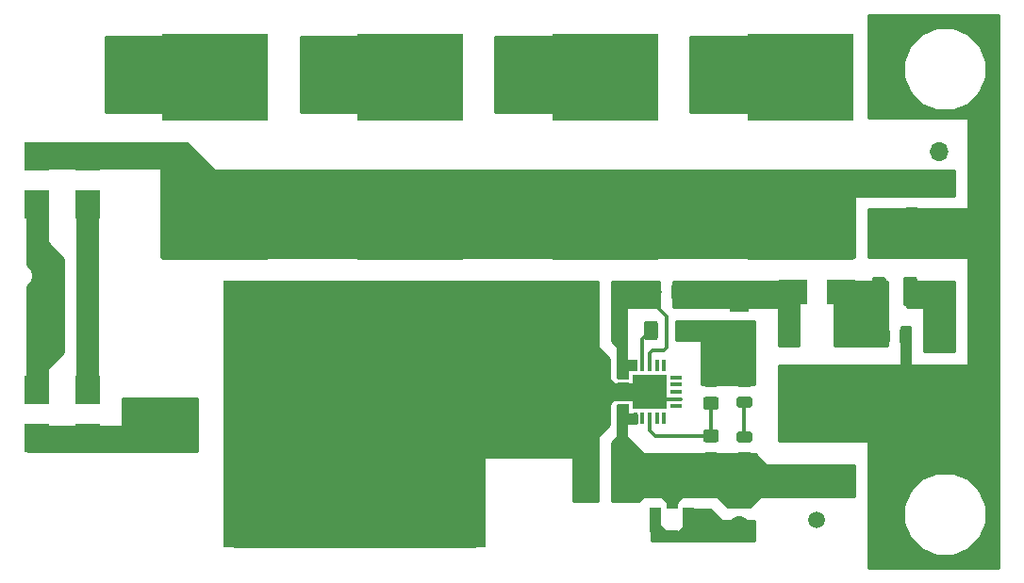
<source format=gbr>
G04 #@! TF.GenerationSoftware,KiCad,Pcbnew,(5.0.1-3-g963ef8bb5)*
G04 #@! TF.CreationDate,2019-08-31T01:17:06-07:00*
G04 #@! TF.ProjectId,gppr,677070722E6B696361645F7063620000,rev?*
G04 #@! TF.SameCoordinates,Original*
G04 #@! TF.FileFunction,Copper,L1,Top,Mixed*
G04 #@! TF.FilePolarity,Positive*
%FSLAX46Y46*%
G04 Gerber Fmt 4.6, Leading zero omitted, Abs format (unit mm)*
G04 Created by KiCad (PCBNEW (5.0.1-3-g963ef8bb5)) date Saturday, August 31, 2019 at 01:17:06 AM*
%MOMM*%
%LPD*%
G01*
G04 APERTURE LIST*
G04 #@! TA.AperFunction,SMDPad,CuDef*
%ADD10C,23.500000*%
G04 #@! TD*
G04 #@! TA.AperFunction,Conductor*
%ADD11C,0.100000*%
G04 #@! TD*
G04 #@! TA.AperFunction,SMDPad,CuDef*
%ADD12R,9.600000X7.800000*%
G04 #@! TD*
G04 #@! TA.AperFunction,SMDPad,CuDef*
%ADD13C,1.250000*%
G04 #@! TD*
G04 #@! TA.AperFunction,SMDPad,CuDef*
%ADD14R,2.300000X2.500000*%
G04 #@! TD*
G04 #@! TA.AperFunction,SMDPad,CuDef*
%ADD15R,2.500000X2.300000*%
G04 #@! TD*
G04 #@! TA.AperFunction,SMDPad,CuDef*
%ADD16C,0.975000*%
G04 #@! TD*
G04 #@! TA.AperFunction,ComponentPad*
%ADD17C,1.500000*%
G04 #@! TD*
G04 #@! TA.AperFunction,SMDPad,CuDef*
%ADD18R,1.050000X2.200000*%
G04 #@! TD*
G04 #@! TA.AperFunction,SMDPad,CuDef*
%ADD19R,1.000000X1.000000*%
G04 #@! TD*
G04 #@! TA.AperFunction,SMDPad,CuDef*
%ADD20R,1.200000X2.200000*%
G04 #@! TD*
G04 #@! TA.AperFunction,SMDPad,CuDef*
%ADD21R,5.800000X6.400000*%
G04 #@! TD*
G04 #@! TA.AperFunction,SMDPad,CuDef*
%ADD22C,1.150000*%
G04 #@! TD*
G04 #@! TA.AperFunction,ComponentPad*
%ADD23R,1.700000X1.700000*%
G04 #@! TD*
G04 #@! TA.AperFunction,ComponentPad*
%ADD24O,1.700000X1.700000*%
G04 #@! TD*
G04 #@! TA.AperFunction,SMDPad,CuDef*
%ADD25R,0.350000X1.000000*%
G04 #@! TD*
G04 #@! TA.AperFunction,SMDPad,CuDef*
%ADD26R,1.000000X0.350000*%
G04 #@! TD*
G04 #@! TA.AperFunction,SMDPad,CuDef*
%ADD27R,1.575000X1.575000*%
G04 #@! TD*
G04 #@! TA.AperFunction,ViaPad*
%ADD28C,1.000000*%
G04 #@! TD*
G04 #@! TA.AperFunction,Conductor*
%ADD29C,0.300000*%
G04 #@! TD*
G04 #@! TA.AperFunction,Conductor*
%ADD30C,0.254000*%
G04 #@! TD*
G04 APERTURE END LIST*
D10*
G04 #@! TO.P,HS1,1*
G04 #@! TO.N,GND*
X132000000Y-136000000D03*
D11*
G04 #@! TD*
G04 #@! TO.N,GND*
G04 #@! TO.C,HS1*
G36*
X143750000Y-124000000D02*
X143750000Y-148000000D01*
X120250000Y-148000000D01*
X120250000Y-124000000D01*
X143750000Y-124000000D01*
X143750000Y-124000000D01*
G37*
D12*
G04 #@! TO.P,C9,2*
G04 #@! TO.N,GND*
X172000000Y-105750000D03*
G04 #@! TO.P,C9,1*
G04 #@! TO.N,Net-(C6-Pad1)*
X172000000Y-118250000D03*
G04 #@! TD*
D11*
G04 #@! TO.N,Net-(C1-Pad1)*
G04 #@! TO.C,C1*
G36*
X179499504Y-123676204D02*
X179523773Y-123679804D01*
X179547571Y-123685765D01*
X179570671Y-123694030D01*
X179592849Y-123704520D01*
X179613893Y-123717133D01*
X179633598Y-123731747D01*
X179651777Y-123748223D01*
X179668253Y-123766402D01*
X179682867Y-123786107D01*
X179695480Y-123807151D01*
X179705970Y-123829329D01*
X179714235Y-123852429D01*
X179720196Y-123876227D01*
X179723796Y-123900496D01*
X179725000Y-123925000D01*
X179725000Y-126075000D01*
X179723796Y-126099504D01*
X179720196Y-126123773D01*
X179714235Y-126147571D01*
X179705970Y-126170671D01*
X179695480Y-126192849D01*
X179682867Y-126213893D01*
X179668253Y-126233598D01*
X179651777Y-126251777D01*
X179633598Y-126268253D01*
X179613893Y-126282867D01*
X179592849Y-126295480D01*
X179570671Y-126305970D01*
X179547571Y-126314235D01*
X179523773Y-126320196D01*
X179499504Y-126323796D01*
X179475000Y-126325000D01*
X178725000Y-126325000D01*
X178700496Y-126323796D01*
X178676227Y-126320196D01*
X178652429Y-126314235D01*
X178629329Y-126305970D01*
X178607151Y-126295480D01*
X178586107Y-126282867D01*
X178566402Y-126268253D01*
X178548223Y-126251777D01*
X178531747Y-126233598D01*
X178517133Y-126213893D01*
X178504520Y-126192849D01*
X178494030Y-126170671D01*
X178485765Y-126147571D01*
X178479804Y-126123773D01*
X178476204Y-126099504D01*
X178475000Y-126075000D01*
X178475000Y-123925000D01*
X178476204Y-123900496D01*
X178479804Y-123876227D01*
X178485765Y-123852429D01*
X178494030Y-123829329D01*
X178504520Y-123807151D01*
X178517133Y-123786107D01*
X178531747Y-123766402D01*
X178548223Y-123748223D01*
X178566402Y-123731747D01*
X178586107Y-123717133D01*
X178607151Y-123704520D01*
X178629329Y-123694030D01*
X178652429Y-123685765D01*
X178676227Y-123679804D01*
X178700496Y-123676204D01*
X178725000Y-123675000D01*
X179475000Y-123675000D01*
X179499504Y-123676204D01*
X179499504Y-123676204D01*
G37*
D13*
G04 #@! TD*
G04 #@! TO.P,C1,1*
G04 #@! TO.N,Net-(C1-Pad1)*
X179100000Y-125000000D03*
D11*
G04 #@! TO.N,GND*
G04 #@! TO.C,C1*
G36*
X182299504Y-123676204D02*
X182323773Y-123679804D01*
X182347571Y-123685765D01*
X182370671Y-123694030D01*
X182392849Y-123704520D01*
X182413893Y-123717133D01*
X182433598Y-123731747D01*
X182451777Y-123748223D01*
X182468253Y-123766402D01*
X182482867Y-123786107D01*
X182495480Y-123807151D01*
X182505970Y-123829329D01*
X182514235Y-123852429D01*
X182520196Y-123876227D01*
X182523796Y-123900496D01*
X182525000Y-123925000D01*
X182525000Y-126075000D01*
X182523796Y-126099504D01*
X182520196Y-126123773D01*
X182514235Y-126147571D01*
X182505970Y-126170671D01*
X182495480Y-126192849D01*
X182482867Y-126213893D01*
X182468253Y-126233598D01*
X182451777Y-126251777D01*
X182433598Y-126268253D01*
X182413893Y-126282867D01*
X182392849Y-126295480D01*
X182370671Y-126305970D01*
X182347571Y-126314235D01*
X182323773Y-126320196D01*
X182299504Y-126323796D01*
X182275000Y-126325000D01*
X181525000Y-126325000D01*
X181500496Y-126323796D01*
X181476227Y-126320196D01*
X181452429Y-126314235D01*
X181429329Y-126305970D01*
X181407151Y-126295480D01*
X181386107Y-126282867D01*
X181366402Y-126268253D01*
X181348223Y-126251777D01*
X181331747Y-126233598D01*
X181317133Y-126213893D01*
X181304520Y-126192849D01*
X181294030Y-126170671D01*
X181285765Y-126147571D01*
X181279804Y-126123773D01*
X181276204Y-126099504D01*
X181275000Y-126075000D01*
X181275000Y-123925000D01*
X181276204Y-123900496D01*
X181279804Y-123876227D01*
X181285765Y-123852429D01*
X181294030Y-123829329D01*
X181304520Y-123807151D01*
X181317133Y-123786107D01*
X181331747Y-123766402D01*
X181348223Y-123748223D01*
X181366402Y-123731747D01*
X181386107Y-123717133D01*
X181407151Y-123704520D01*
X181429329Y-123694030D01*
X181452429Y-123685765D01*
X181476227Y-123679804D01*
X181500496Y-123676204D01*
X181525000Y-123675000D01*
X182275000Y-123675000D01*
X182299504Y-123676204D01*
X182299504Y-123676204D01*
G37*
D13*
G04 #@! TD*
G04 #@! TO.P,C1,2*
G04 #@! TO.N,GND*
X181900000Y-125000000D03*
D11*
G04 #@! TO.N,Net-(C2-Pad1)*
G04 #@! TO.C,C2*
G36*
X156299504Y-127176204D02*
X156323773Y-127179804D01*
X156347571Y-127185765D01*
X156370671Y-127194030D01*
X156392849Y-127204520D01*
X156413893Y-127217133D01*
X156433598Y-127231747D01*
X156451777Y-127248223D01*
X156468253Y-127266402D01*
X156482867Y-127286107D01*
X156495480Y-127307151D01*
X156505970Y-127329329D01*
X156514235Y-127352429D01*
X156520196Y-127376227D01*
X156523796Y-127400496D01*
X156525000Y-127425000D01*
X156525000Y-129575000D01*
X156523796Y-129599504D01*
X156520196Y-129623773D01*
X156514235Y-129647571D01*
X156505970Y-129670671D01*
X156495480Y-129692849D01*
X156482867Y-129713893D01*
X156468253Y-129733598D01*
X156451777Y-129751777D01*
X156433598Y-129768253D01*
X156413893Y-129782867D01*
X156392849Y-129795480D01*
X156370671Y-129805970D01*
X156347571Y-129814235D01*
X156323773Y-129820196D01*
X156299504Y-129823796D01*
X156275000Y-129825000D01*
X155525000Y-129825000D01*
X155500496Y-129823796D01*
X155476227Y-129820196D01*
X155452429Y-129814235D01*
X155429329Y-129805970D01*
X155407151Y-129795480D01*
X155386107Y-129782867D01*
X155366402Y-129768253D01*
X155348223Y-129751777D01*
X155331747Y-129733598D01*
X155317133Y-129713893D01*
X155304520Y-129692849D01*
X155294030Y-129670671D01*
X155285765Y-129647571D01*
X155279804Y-129623773D01*
X155276204Y-129599504D01*
X155275000Y-129575000D01*
X155275000Y-127425000D01*
X155276204Y-127400496D01*
X155279804Y-127376227D01*
X155285765Y-127352429D01*
X155294030Y-127329329D01*
X155304520Y-127307151D01*
X155317133Y-127286107D01*
X155331747Y-127266402D01*
X155348223Y-127248223D01*
X155366402Y-127231747D01*
X155386107Y-127217133D01*
X155407151Y-127204520D01*
X155429329Y-127194030D01*
X155452429Y-127185765D01*
X155476227Y-127179804D01*
X155500496Y-127176204D01*
X155525000Y-127175000D01*
X156275000Y-127175000D01*
X156299504Y-127176204D01*
X156299504Y-127176204D01*
G37*
D13*
G04 #@! TD*
G04 #@! TO.P,C2,1*
G04 #@! TO.N,Net-(C2-Pad1)*
X155900000Y-128500000D03*
D11*
G04 #@! TO.N,GND*
G04 #@! TO.C,C2*
G36*
X153499504Y-127176204D02*
X153523773Y-127179804D01*
X153547571Y-127185765D01*
X153570671Y-127194030D01*
X153592849Y-127204520D01*
X153613893Y-127217133D01*
X153633598Y-127231747D01*
X153651777Y-127248223D01*
X153668253Y-127266402D01*
X153682867Y-127286107D01*
X153695480Y-127307151D01*
X153705970Y-127329329D01*
X153714235Y-127352429D01*
X153720196Y-127376227D01*
X153723796Y-127400496D01*
X153725000Y-127425000D01*
X153725000Y-129575000D01*
X153723796Y-129599504D01*
X153720196Y-129623773D01*
X153714235Y-129647571D01*
X153705970Y-129670671D01*
X153695480Y-129692849D01*
X153682867Y-129713893D01*
X153668253Y-129733598D01*
X153651777Y-129751777D01*
X153633598Y-129768253D01*
X153613893Y-129782867D01*
X153592849Y-129795480D01*
X153570671Y-129805970D01*
X153547571Y-129814235D01*
X153523773Y-129820196D01*
X153499504Y-129823796D01*
X153475000Y-129825000D01*
X152725000Y-129825000D01*
X152700496Y-129823796D01*
X152676227Y-129820196D01*
X152652429Y-129814235D01*
X152629329Y-129805970D01*
X152607151Y-129795480D01*
X152586107Y-129782867D01*
X152566402Y-129768253D01*
X152548223Y-129751777D01*
X152531747Y-129733598D01*
X152517133Y-129713893D01*
X152504520Y-129692849D01*
X152494030Y-129670671D01*
X152485765Y-129647571D01*
X152479804Y-129623773D01*
X152476204Y-129599504D01*
X152475000Y-129575000D01*
X152475000Y-127425000D01*
X152476204Y-127400496D01*
X152479804Y-127376227D01*
X152485765Y-127352429D01*
X152494030Y-127329329D01*
X152504520Y-127307151D01*
X152517133Y-127286107D01*
X152531747Y-127266402D01*
X152548223Y-127248223D01*
X152566402Y-127231747D01*
X152586107Y-127217133D01*
X152607151Y-127204520D01*
X152629329Y-127194030D01*
X152652429Y-127185765D01*
X152676227Y-127179804D01*
X152700496Y-127176204D01*
X152725000Y-127175000D01*
X153475000Y-127175000D01*
X153499504Y-127176204D01*
X153499504Y-127176204D01*
G37*
D13*
G04 #@! TD*
G04 #@! TO.P,C2,2*
G04 #@! TO.N,GND*
X153100000Y-128500000D03*
D11*
G04 #@! TO.N,Net-(C2-Pad1)*
G04 #@! TO.C,C3*
G36*
X156299504Y-124126204D02*
X156323773Y-124129804D01*
X156347571Y-124135765D01*
X156370671Y-124144030D01*
X156392849Y-124154520D01*
X156413893Y-124167133D01*
X156433598Y-124181747D01*
X156451777Y-124198223D01*
X156468253Y-124216402D01*
X156482867Y-124236107D01*
X156495480Y-124257151D01*
X156505970Y-124279329D01*
X156514235Y-124302429D01*
X156520196Y-124326227D01*
X156523796Y-124350496D01*
X156525000Y-124375000D01*
X156525000Y-125625000D01*
X156523796Y-125649504D01*
X156520196Y-125673773D01*
X156514235Y-125697571D01*
X156505970Y-125720671D01*
X156495480Y-125742849D01*
X156482867Y-125763893D01*
X156468253Y-125783598D01*
X156451777Y-125801777D01*
X156433598Y-125818253D01*
X156413893Y-125832867D01*
X156392849Y-125845480D01*
X156370671Y-125855970D01*
X156347571Y-125864235D01*
X156323773Y-125870196D01*
X156299504Y-125873796D01*
X156275000Y-125875000D01*
X155525000Y-125875000D01*
X155500496Y-125873796D01*
X155476227Y-125870196D01*
X155452429Y-125864235D01*
X155429329Y-125855970D01*
X155407151Y-125845480D01*
X155386107Y-125832867D01*
X155366402Y-125818253D01*
X155348223Y-125801777D01*
X155331747Y-125783598D01*
X155317133Y-125763893D01*
X155304520Y-125742849D01*
X155294030Y-125720671D01*
X155285765Y-125697571D01*
X155279804Y-125673773D01*
X155276204Y-125649504D01*
X155275000Y-125625000D01*
X155275000Y-124375000D01*
X155276204Y-124350496D01*
X155279804Y-124326227D01*
X155285765Y-124302429D01*
X155294030Y-124279329D01*
X155304520Y-124257151D01*
X155317133Y-124236107D01*
X155331747Y-124216402D01*
X155348223Y-124198223D01*
X155366402Y-124181747D01*
X155386107Y-124167133D01*
X155407151Y-124154520D01*
X155429329Y-124144030D01*
X155452429Y-124135765D01*
X155476227Y-124129804D01*
X155500496Y-124126204D01*
X155525000Y-124125000D01*
X156275000Y-124125000D01*
X156299504Y-124126204D01*
X156299504Y-124126204D01*
G37*
D13*
G04 #@! TD*
G04 #@! TO.P,C3,1*
G04 #@! TO.N,Net-(C2-Pad1)*
X155900000Y-125000000D03*
D11*
G04 #@! TO.N,GND*
G04 #@! TO.C,C3*
G36*
X153499504Y-124126204D02*
X153523773Y-124129804D01*
X153547571Y-124135765D01*
X153570671Y-124144030D01*
X153592849Y-124154520D01*
X153613893Y-124167133D01*
X153633598Y-124181747D01*
X153651777Y-124198223D01*
X153668253Y-124216402D01*
X153682867Y-124236107D01*
X153695480Y-124257151D01*
X153705970Y-124279329D01*
X153714235Y-124302429D01*
X153720196Y-124326227D01*
X153723796Y-124350496D01*
X153725000Y-124375000D01*
X153725000Y-125625000D01*
X153723796Y-125649504D01*
X153720196Y-125673773D01*
X153714235Y-125697571D01*
X153705970Y-125720671D01*
X153695480Y-125742849D01*
X153682867Y-125763893D01*
X153668253Y-125783598D01*
X153651777Y-125801777D01*
X153633598Y-125818253D01*
X153613893Y-125832867D01*
X153592849Y-125845480D01*
X153570671Y-125855970D01*
X153547571Y-125864235D01*
X153523773Y-125870196D01*
X153499504Y-125873796D01*
X153475000Y-125875000D01*
X152725000Y-125875000D01*
X152700496Y-125873796D01*
X152676227Y-125870196D01*
X152652429Y-125864235D01*
X152629329Y-125855970D01*
X152607151Y-125845480D01*
X152586107Y-125832867D01*
X152566402Y-125818253D01*
X152548223Y-125801777D01*
X152531747Y-125783598D01*
X152517133Y-125763893D01*
X152504520Y-125742849D01*
X152494030Y-125720671D01*
X152485765Y-125697571D01*
X152479804Y-125673773D01*
X152476204Y-125649504D01*
X152475000Y-125625000D01*
X152475000Y-124375000D01*
X152476204Y-124350496D01*
X152479804Y-124326227D01*
X152485765Y-124302429D01*
X152494030Y-124279329D01*
X152504520Y-124257151D01*
X152517133Y-124236107D01*
X152531747Y-124216402D01*
X152548223Y-124198223D01*
X152566402Y-124181747D01*
X152586107Y-124167133D01*
X152607151Y-124154520D01*
X152629329Y-124144030D01*
X152652429Y-124135765D01*
X152676227Y-124129804D01*
X152700496Y-124126204D01*
X152725000Y-124125000D01*
X153475000Y-124125000D01*
X153499504Y-124126204D01*
X153499504Y-124126204D01*
G37*
D13*
G04 #@! TD*
G04 #@! TO.P,C3,2*
G04 #@! TO.N,GND*
X153100000Y-125000000D03*
D11*
G04 #@! TO.N,Net-(C4-Pad1)*
G04 #@! TO.C,C4*
G36*
X156299504Y-141176204D02*
X156323773Y-141179804D01*
X156347571Y-141185765D01*
X156370671Y-141194030D01*
X156392849Y-141204520D01*
X156413893Y-141217133D01*
X156433598Y-141231747D01*
X156451777Y-141248223D01*
X156468253Y-141266402D01*
X156482867Y-141286107D01*
X156495480Y-141307151D01*
X156505970Y-141329329D01*
X156514235Y-141352429D01*
X156520196Y-141376227D01*
X156523796Y-141400496D01*
X156525000Y-141425000D01*
X156525000Y-143575000D01*
X156523796Y-143599504D01*
X156520196Y-143623773D01*
X156514235Y-143647571D01*
X156505970Y-143670671D01*
X156495480Y-143692849D01*
X156482867Y-143713893D01*
X156468253Y-143733598D01*
X156451777Y-143751777D01*
X156433598Y-143768253D01*
X156413893Y-143782867D01*
X156392849Y-143795480D01*
X156370671Y-143805970D01*
X156347571Y-143814235D01*
X156323773Y-143820196D01*
X156299504Y-143823796D01*
X156275000Y-143825000D01*
X155525000Y-143825000D01*
X155500496Y-143823796D01*
X155476227Y-143820196D01*
X155452429Y-143814235D01*
X155429329Y-143805970D01*
X155407151Y-143795480D01*
X155386107Y-143782867D01*
X155366402Y-143768253D01*
X155348223Y-143751777D01*
X155331747Y-143733598D01*
X155317133Y-143713893D01*
X155304520Y-143692849D01*
X155294030Y-143670671D01*
X155285765Y-143647571D01*
X155279804Y-143623773D01*
X155276204Y-143599504D01*
X155275000Y-143575000D01*
X155275000Y-141425000D01*
X155276204Y-141400496D01*
X155279804Y-141376227D01*
X155285765Y-141352429D01*
X155294030Y-141329329D01*
X155304520Y-141307151D01*
X155317133Y-141286107D01*
X155331747Y-141266402D01*
X155348223Y-141248223D01*
X155366402Y-141231747D01*
X155386107Y-141217133D01*
X155407151Y-141204520D01*
X155429329Y-141194030D01*
X155452429Y-141185765D01*
X155476227Y-141179804D01*
X155500496Y-141176204D01*
X155525000Y-141175000D01*
X156275000Y-141175000D01*
X156299504Y-141176204D01*
X156299504Y-141176204D01*
G37*
D13*
G04 #@! TD*
G04 #@! TO.P,C4,1*
G04 #@! TO.N,Net-(C4-Pad1)*
X155900000Y-142500000D03*
D11*
G04 #@! TO.N,GND*
G04 #@! TO.C,C4*
G36*
X153499504Y-141176204D02*
X153523773Y-141179804D01*
X153547571Y-141185765D01*
X153570671Y-141194030D01*
X153592849Y-141204520D01*
X153613893Y-141217133D01*
X153633598Y-141231747D01*
X153651777Y-141248223D01*
X153668253Y-141266402D01*
X153682867Y-141286107D01*
X153695480Y-141307151D01*
X153705970Y-141329329D01*
X153714235Y-141352429D01*
X153720196Y-141376227D01*
X153723796Y-141400496D01*
X153725000Y-141425000D01*
X153725000Y-143575000D01*
X153723796Y-143599504D01*
X153720196Y-143623773D01*
X153714235Y-143647571D01*
X153705970Y-143670671D01*
X153695480Y-143692849D01*
X153682867Y-143713893D01*
X153668253Y-143733598D01*
X153651777Y-143751777D01*
X153633598Y-143768253D01*
X153613893Y-143782867D01*
X153592849Y-143795480D01*
X153570671Y-143805970D01*
X153547571Y-143814235D01*
X153523773Y-143820196D01*
X153499504Y-143823796D01*
X153475000Y-143825000D01*
X152725000Y-143825000D01*
X152700496Y-143823796D01*
X152676227Y-143820196D01*
X152652429Y-143814235D01*
X152629329Y-143805970D01*
X152607151Y-143795480D01*
X152586107Y-143782867D01*
X152566402Y-143768253D01*
X152548223Y-143751777D01*
X152531747Y-143733598D01*
X152517133Y-143713893D01*
X152504520Y-143692849D01*
X152494030Y-143670671D01*
X152485765Y-143647571D01*
X152479804Y-143623773D01*
X152476204Y-143599504D01*
X152475000Y-143575000D01*
X152475000Y-141425000D01*
X152476204Y-141400496D01*
X152479804Y-141376227D01*
X152485765Y-141352429D01*
X152494030Y-141329329D01*
X152504520Y-141307151D01*
X152517133Y-141286107D01*
X152531747Y-141266402D01*
X152548223Y-141248223D01*
X152566402Y-141231747D01*
X152586107Y-141217133D01*
X152607151Y-141204520D01*
X152629329Y-141194030D01*
X152652429Y-141185765D01*
X152676227Y-141179804D01*
X152700496Y-141176204D01*
X152725000Y-141175000D01*
X153475000Y-141175000D01*
X153499504Y-141176204D01*
X153499504Y-141176204D01*
G37*
D13*
G04 #@! TD*
G04 #@! TO.P,C4,2*
G04 #@! TO.N,GND*
X153100000Y-142500000D03*
D11*
G04 #@! TO.N,GND*
G04 #@! TO.C,C5*
G36*
X153499504Y-138126204D02*
X153523773Y-138129804D01*
X153547571Y-138135765D01*
X153570671Y-138144030D01*
X153592849Y-138154520D01*
X153613893Y-138167133D01*
X153633598Y-138181747D01*
X153651777Y-138198223D01*
X153668253Y-138216402D01*
X153682867Y-138236107D01*
X153695480Y-138257151D01*
X153705970Y-138279329D01*
X153714235Y-138302429D01*
X153720196Y-138326227D01*
X153723796Y-138350496D01*
X153725000Y-138375000D01*
X153725000Y-139625000D01*
X153723796Y-139649504D01*
X153720196Y-139673773D01*
X153714235Y-139697571D01*
X153705970Y-139720671D01*
X153695480Y-139742849D01*
X153682867Y-139763893D01*
X153668253Y-139783598D01*
X153651777Y-139801777D01*
X153633598Y-139818253D01*
X153613893Y-139832867D01*
X153592849Y-139845480D01*
X153570671Y-139855970D01*
X153547571Y-139864235D01*
X153523773Y-139870196D01*
X153499504Y-139873796D01*
X153475000Y-139875000D01*
X152725000Y-139875000D01*
X152700496Y-139873796D01*
X152676227Y-139870196D01*
X152652429Y-139864235D01*
X152629329Y-139855970D01*
X152607151Y-139845480D01*
X152586107Y-139832867D01*
X152566402Y-139818253D01*
X152548223Y-139801777D01*
X152531747Y-139783598D01*
X152517133Y-139763893D01*
X152504520Y-139742849D01*
X152494030Y-139720671D01*
X152485765Y-139697571D01*
X152479804Y-139673773D01*
X152476204Y-139649504D01*
X152475000Y-139625000D01*
X152475000Y-138375000D01*
X152476204Y-138350496D01*
X152479804Y-138326227D01*
X152485765Y-138302429D01*
X152494030Y-138279329D01*
X152504520Y-138257151D01*
X152517133Y-138236107D01*
X152531747Y-138216402D01*
X152548223Y-138198223D01*
X152566402Y-138181747D01*
X152586107Y-138167133D01*
X152607151Y-138154520D01*
X152629329Y-138144030D01*
X152652429Y-138135765D01*
X152676227Y-138129804D01*
X152700496Y-138126204D01*
X152725000Y-138125000D01*
X153475000Y-138125000D01*
X153499504Y-138126204D01*
X153499504Y-138126204D01*
G37*
D13*
G04 #@! TD*
G04 #@! TO.P,C5,2*
G04 #@! TO.N,GND*
X153100000Y-139000000D03*
D11*
G04 #@! TO.N,Net-(C4-Pad1)*
G04 #@! TO.C,C5*
G36*
X156299504Y-138126204D02*
X156323773Y-138129804D01*
X156347571Y-138135765D01*
X156370671Y-138144030D01*
X156392849Y-138154520D01*
X156413893Y-138167133D01*
X156433598Y-138181747D01*
X156451777Y-138198223D01*
X156468253Y-138216402D01*
X156482867Y-138236107D01*
X156495480Y-138257151D01*
X156505970Y-138279329D01*
X156514235Y-138302429D01*
X156520196Y-138326227D01*
X156523796Y-138350496D01*
X156525000Y-138375000D01*
X156525000Y-139625000D01*
X156523796Y-139649504D01*
X156520196Y-139673773D01*
X156514235Y-139697571D01*
X156505970Y-139720671D01*
X156495480Y-139742849D01*
X156482867Y-139763893D01*
X156468253Y-139783598D01*
X156451777Y-139801777D01*
X156433598Y-139818253D01*
X156413893Y-139832867D01*
X156392849Y-139845480D01*
X156370671Y-139855970D01*
X156347571Y-139864235D01*
X156323773Y-139870196D01*
X156299504Y-139873796D01*
X156275000Y-139875000D01*
X155525000Y-139875000D01*
X155500496Y-139873796D01*
X155476227Y-139870196D01*
X155452429Y-139864235D01*
X155429329Y-139855970D01*
X155407151Y-139845480D01*
X155386107Y-139832867D01*
X155366402Y-139818253D01*
X155348223Y-139801777D01*
X155331747Y-139783598D01*
X155317133Y-139763893D01*
X155304520Y-139742849D01*
X155294030Y-139720671D01*
X155285765Y-139697571D01*
X155279804Y-139673773D01*
X155276204Y-139649504D01*
X155275000Y-139625000D01*
X155275000Y-138375000D01*
X155276204Y-138350496D01*
X155279804Y-138326227D01*
X155285765Y-138302429D01*
X155294030Y-138279329D01*
X155304520Y-138257151D01*
X155317133Y-138236107D01*
X155331747Y-138216402D01*
X155348223Y-138198223D01*
X155366402Y-138181747D01*
X155386107Y-138167133D01*
X155407151Y-138154520D01*
X155429329Y-138144030D01*
X155452429Y-138135765D01*
X155476227Y-138129804D01*
X155500496Y-138126204D01*
X155525000Y-138125000D01*
X156275000Y-138125000D01*
X156299504Y-138126204D01*
X156299504Y-138126204D01*
G37*
D13*
G04 #@! TD*
G04 #@! TO.P,C5,1*
G04 #@! TO.N,Net-(C4-Pad1)*
X155900000Y-139000000D03*
D12*
G04 #@! TO.P,C6,1*
G04 #@! TO.N,Net-(C6-Pad1)*
X119500000Y-118250000D03*
G04 #@! TO.P,C6,2*
G04 #@! TO.N,GND*
X119500000Y-105750000D03*
G04 #@! TD*
G04 #@! TO.P,C7,2*
G04 #@! TO.N,GND*
X137000000Y-105750000D03*
G04 #@! TO.P,C7,1*
G04 #@! TO.N,Net-(C6-Pad1)*
X137000000Y-118250000D03*
G04 #@! TD*
G04 #@! TO.P,C8,1*
G04 #@! TO.N,Net-(C6-Pad1)*
X154500000Y-118250000D03*
G04 #@! TO.P,C8,2*
G04 #@! TO.N,GND*
X154500000Y-105750000D03*
G04 #@! TD*
D11*
G04 #@! TO.N,Net-(C10-Pad1)*
G04 #@! TO.C,C10*
G36*
X158999504Y-127626204D02*
X159023773Y-127629804D01*
X159047571Y-127635765D01*
X159070671Y-127644030D01*
X159092849Y-127654520D01*
X159113893Y-127667133D01*
X159133598Y-127681747D01*
X159151777Y-127698223D01*
X159168253Y-127716402D01*
X159182867Y-127736107D01*
X159195480Y-127757151D01*
X159205970Y-127779329D01*
X159214235Y-127802429D01*
X159220196Y-127826227D01*
X159223796Y-127850496D01*
X159225000Y-127875000D01*
X159225000Y-129125000D01*
X159223796Y-129149504D01*
X159220196Y-129173773D01*
X159214235Y-129197571D01*
X159205970Y-129220671D01*
X159195480Y-129242849D01*
X159182867Y-129263893D01*
X159168253Y-129283598D01*
X159151777Y-129301777D01*
X159133598Y-129318253D01*
X159113893Y-129332867D01*
X159092849Y-129345480D01*
X159070671Y-129355970D01*
X159047571Y-129364235D01*
X159023773Y-129370196D01*
X158999504Y-129373796D01*
X158975000Y-129375000D01*
X158225000Y-129375000D01*
X158200496Y-129373796D01*
X158176227Y-129370196D01*
X158152429Y-129364235D01*
X158129329Y-129355970D01*
X158107151Y-129345480D01*
X158086107Y-129332867D01*
X158066402Y-129318253D01*
X158048223Y-129301777D01*
X158031747Y-129283598D01*
X158017133Y-129263893D01*
X158004520Y-129242849D01*
X157994030Y-129220671D01*
X157985765Y-129197571D01*
X157979804Y-129173773D01*
X157976204Y-129149504D01*
X157975000Y-129125000D01*
X157975000Y-127875000D01*
X157976204Y-127850496D01*
X157979804Y-127826227D01*
X157985765Y-127802429D01*
X157994030Y-127779329D01*
X158004520Y-127757151D01*
X158017133Y-127736107D01*
X158031747Y-127716402D01*
X158048223Y-127698223D01*
X158066402Y-127681747D01*
X158086107Y-127667133D01*
X158107151Y-127654520D01*
X158129329Y-127644030D01*
X158152429Y-127635765D01*
X158176227Y-127629804D01*
X158200496Y-127626204D01*
X158225000Y-127625000D01*
X158975000Y-127625000D01*
X158999504Y-127626204D01*
X158999504Y-127626204D01*
G37*
D13*
G04 #@! TD*
G04 #@! TO.P,C10,1*
G04 #@! TO.N,Net-(C10-Pad1)*
X158600000Y-128500000D03*
D11*
G04 #@! TO.N,GND*
G04 #@! TO.C,C10*
G36*
X161799504Y-127626204D02*
X161823773Y-127629804D01*
X161847571Y-127635765D01*
X161870671Y-127644030D01*
X161892849Y-127654520D01*
X161913893Y-127667133D01*
X161933598Y-127681747D01*
X161951777Y-127698223D01*
X161968253Y-127716402D01*
X161982867Y-127736107D01*
X161995480Y-127757151D01*
X162005970Y-127779329D01*
X162014235Y-127802429D01*
X162020196Y-127826227D01*
X162023796Y-127850496D01*
X162025000Y-127875000D01*
X162025000Y-129125000D01*
X162023796Y-129149504D01*
X162020196Y-129173773D01*
X162014235Y-129197571D01*
X162005970Y-129220671D01*
X161995480Y-129242849D01*
X161982867Y-129263893D01*
X161968253Y-129283598D01*
X161951777Y-129301777D01*
X161933598Y-129318253D01*
X161913893Y-129332867D01*
X161892849Y-129345480D01*
X161870671Y-129355970D01*
X161847571Y-129364235D01*
X161823773Y-129370196D01*
X161799504Y-129373796D01*
X161775000Y-129375000D01*
X161025000Y-129375000D01*
X161000496Y-129373796D01*
X160976227Y-129370196D01*
X160952429Y-129364235D01*
X160929329Y-129355970D01*
X160907151Y-129345480D01*
X160886107Y-129332867D01*
X160866402Y-129318253D01*
X160848223Y-129301777D01*
X160831747Y-129283598D01*
X160817133Y-129263893D01*
X160804520Y-129242849D01*
X160794030Y-129220671D01*
X160785765Y-129197571D01*
X160779804Y-129173773D01*
X160776204Y-129149504D01*
X160775000Y-129125000D01*
X160775000Y-127875000D01*
X160776204Y-127850496D01*
X160779804Y-127826227D01*
X160785765Y-127802429D01*
X160794030Y-127779329D01*
X160804520Y-127757151D01*
X160817133Y-127736107D01*
X160831747Y-127716402D01*
X160848223Y-127698223D01*
X160866402Y-127681747D01*
X160886107Y-127667133D01*
X160907151Y-127654520D01*
X160929329Y-127644030D01*
X160952429Y-127635765D01*
X160976227Y-127629804D01*
X161000496Y-127626204D01*
X161025000Y-127625000D01*
X161775000Y-127625000D01*
X161799504Y-127626204D01*
X161799504Y-127626204D01*
G37*
D13*
G04 #@! TD*
G04 #@! TO.P,C10,2*
G04 #@! TO.N,GND*
X161400000Y-128500000D03*
D14*
G04 #@! TO.P,D1,2*
G04 #@! TO.N,Net-(D1-Pad2)*
X103500000Y-117150000D03*
G04 #@! TO.P,D1,1*
G04 #@! TO.N,Net-(C6-Pad1)*
X103500000Y-112850000D03*
G04 #@! TD*
G04 #@! TO.P,D2,1*
G04 #@! TO.N,Net-(D1-Pad2)*
X103500000Y-133850000D03*
G04 #@! TO.P,D2,2*
G04 #@! TO.N,GND*
X103500000Y-138150000D03*
G04 #@! TD*
G04 #@! TO.P,D3,2*
G04 #@! TO.N,Net-(D3-Pad2)*
X108000000Y-117150000D03*
G04 #@! TO.P,D3,1*
G04 #@! TO.N,Net-(C6-Pad1)*
X108000000Y-112850000D03*
G04 #@! TD*
G04 #@! TO.P,D4,2*
G04 #@! TO.N,GND*
X108000000Y-138150000D03*
G04 #@! TO.P,D4,1*
G04 #@! TO.N,Net-(D3-Pad2)*
X108000000Y-133850000D03*
G04 #@! TD*
D15*
G04 #@! TO.P,D5,1*
G04 #@! TO.N,Net-(C1-Pad1)*
X175650000Y-125000000D03*
G04 #@! TO.P,D5,2*
G04 #@! TO.N,Net-(D5-Pad2)*
X171350000Y-125000000D03*
G04 #@! TD*
D11*
G04 #@! TO.N,GND*
G04 #@! TO.C,D6*
G36*
X167480142Y-132576174D02*
X167503803Y-132579684D01*
X167527007Y-132585496D01*
X167549529Y-132593554D01*
X167571153Y-132603782D01*
X167591670Y-132616079D01*
X167610883Y-132630329D01*
X167628607Y-132646393D01*
X167644671Y-132664117D01*
X167658921Y-132683330D01*
X167671218Y-132703847D01*
X167681446Y-132725471D01*
X167689504Y-132747993D01*
X167695316Y-132771197D01*
X167698826Y-132794858D01*
X167700000Y-132818750D01*
X167700000Y-133306250D01*
X167698826Y-133330142D01*
X167695316Y-133353803D01*
X167689504Y-133377007D01*
X167681446Y-133399529D01*
X167671218Y-133421153D01*
X167658921Y-133441670D01*
X167644671Y-133460883D01*
X167628607Y-133478607D01*
X167610883Y-133494671D01*
X167591670Y-133508921D01*
X167571153Y-133521218D01*
X167549529Y-133531446D01*
X167527007Y-133539504D01*
X167503803Y-133545316D01*
X167480142Y-133548826D01*
X167456250Y-133550000D01*
X166543750Y-133550000D01*
X166519858Y-133548826D01*
X166496197Y-133545316D01*
X166472993Y-133539504D01*
X166450471Y-133531446D01*
X166428847Y-133521218D01*
X166408330Y-133508921D01*
X166389117Y-133494671D01*
X166371393Y-133478607D01*
X166355329Y-133460883D01*
X166341079Y-133441670D01*
X166328782Y-133421153D01*
X166318554Y-133399529D01*
X166310496Y-133377007D01*
X166304684Y-133353803D01*
X166301174Y-133330142D01*
X166300000Y-133306250D01*
X166300000Y-132818750D01*
X166301174Y-132794858D01*
X166304684Y-132771197D01*
X166310496Y-132747993D01*
X166318554Y-132725471D01*
X166328782Y-132703847D01*
X166341079Y-132683330D01*
X166355329Y-132664117D01*
X166371393Y-132646393D01*
X166389117Y-132630329D01*
X166408330Y-132616079D01*
X166428847Y-132603782D01*
X166450471Y-132593554D01*
X166472993Y-132585496D01*
X166496197Y-132579684D01*
X166519858Y-132576174D01*
X166543750Y-132575000D01*
X167456250Y-132575000D01*
X167480142Y-132576174D01*
X167480142Y-132576174D01*
G37*
D16*
G04 #@! TD*
G04 #@! TO.P,D6,1*
G04 #@! TO.N,GND*
X167000000Y-133062500D03*
D11*
G04 #@! TO.N,Net-(D6-Pad2)*
G04 #@! TO.C,D6*
G36*
X167480142Y-134451174D02*
X167503803Y-134454684D01*
X167527007Y-134460496D01*
X167549529Y-134468554D01*
X167571153Y-134478782D01*
X167591670Y-134491079D01*
X167610883Y-134505329D01*
X167628607Y-134521393D01*
X167644671Y-134539117D01*
X167658921Y-134558330D01*
X167671218Y-134578847D01*
X167681446Y-134600471D01*
X167689504Y-134622993D01*
X167695316Y-134646197D01*
X167698826Y-134669858D01*
X167700000Y-134693750D01*
X167700000Y-135181250D01*
X167698826Y-135205142D01*
X167695316Y-135228803D01*
X167689504Y-135252007D01*
X167681446Y-135274529D01*
X167671218Y-135296153D01*
X167658921Y-135316670D01*
X167644671Y-135335883D01*
X167628607Y-135353607D01*
X167610883Y-135369671D01*
X167591670Y-135383921D01*
X167571153Y-135396218D01*
X167549529Y-135406446D01*
X167527007Y-135414504D01*
X167503803Y-135420316D01*
X167480142Y-135423826D01*
X167456250Y-135425000D01*
X166543750Y-135425000D01*
X166519858Y-135423826D01*
X166496197Y-135420316D01*
X166472993Y-135414504D01*
X166450471Y-135406446D01*
X166428847Y-135396218D01*
X166408330Y-135383921D01*
X166389117Y-135369671D01*
X166371393Y-135353607D01*
X166355329Y-135335883D01*
X166341079Y-135316670D01*
X166328782Y-135296153D01*
X166318554Y-135274529D01*
X166310496Y-135252007D01*
X166304684Y-135228803D01*
X166301174Y-135205142D01*
X166300000Y-135181250D01*
X166300000Y-134693750D01*
X166301174Y-134669858D01*
X166304684Y-134646197D01*
X166310496Y-134622993D01*
X166318554Y-134600471D01*
X166328782Y-134578847D01*
X166341079Y-134558330D01*
X166355329Y-134539117D01*
X166371393Y-134521393D01*
X166389117Y-134505329D01*
X166408330Y-134491079D01*
X166428847Y-134478782D01*
X166450471Y-134468554D01*
X166472993Y-134460496D01*
X166496197Y-134454684D01*
X166519858Y-134451174D01*
X166543750Y-134450000D01*
X167456250Y-134450000D01*
X167480142Y-134451174D01*
X167480142Y-134451174D01*
G37*
D16*
G04 #@! TD*
G04 #@! TO.P,D6,2*
G04 #@! TO.N,Net-(D6-Pad2)*
X167000000Y-134937500D03*
D11*
G04 #@! TO.N,Net-(D3-Pad2)*
G04 #@! TO.C,J1*
G36*
X108524504Y-126751204D02*
X108548773Y-126754804D01*
X108572571Y-126760765D01*
X108595671Y-126769030D01*
X108617849Y-126779520D01*
X108638893Y-126792133D01*
X108658598Y-126806747D01*
X108676777Y-126823223D01*
X108693253Y-126841402D01*
X108707867Y-126861107D01*
X108720480Y-126882151D01*
X108730970Y-126904329D01*
X108739235Y-126927429D01*
X108745196Y-126951227D01*
X108748796Y-126975496D01*
X108750000Y-127000000D01*
X108750000Y-128000000D01*
X108748796Y-128024504D01*
X108745196Y-128048773D01*
X108739235Y-128072571D01*
X108730970Y-128095671D01*
X108720480Y-128117849D01*
X108707867Y-128138893D01*
X108693253Y-128158598D01*
X108676777Y-128176777D01*
X108658598Y-128193253D01*
X108638893Y-128207867D01*
X108617849Y-128220480D01*
X108595671Y-128230970D01*
X108572571Y-128239235D01*
X108548773Y-128245196D01*
X108524504Y-128248796D01*
X108500000Y-128250000D01*
X107500000Y-128250000D01*
X107475496Y-128248796D01*
X107451227Y-128245196D01*
X107427429Y-128239235D01*
X107404329Y-128230970D01*
X107382151Y-128220480D01*
X107361107Y-128207867D01*
X107341402Y-128193253D01*
X107323223Y-128176777D01*
X107306747Y-128158598D01*
X107292133Y-128138893D01*
X107279520Y-128117849D01*
X107269030Y-128095671D01*
X107260765Y-128072571D01*
X107254804Y-128048773D01*
X107251204Y-128024504D01*
X107250000Y-128000000D01*
X107250000Y-127000000D01*
X107251204Y-126975496D01*
X107254804Y-126951227D01*
X107260765Y-126927429D01*
X107269030Y-126904329D01*
X107279520Y-126882151D01*
X107292133Y-126861107D01*
X107306747Y-126841402D01*
X107323223Y-126823223D01*
X107341402Y-126806747D01*
X107361107Y-126792133D01*
X107382151Y-126779520D01*
X107404329Y-126769030D01*
X107427429Y-126760765D01*
X107451227Y-126754804D01*
X107475496Y-126751204D01*
X107500000Y-126750000D01*
X108500000Y-126750000D01*
X108524504Y-126751204D01*
X108524504Y-126751204D01*
G37*
D17*
G04 #@! TD*
G04 #@! TO.P,J1,1*
G04 #@! TO.N,Net-(D3-Pad2)*
X108000000Y-127500000D03*
G04 #@! TO.P,J1,2*
G04 #@! TO.N,Net-(D1-Pad2)*
X105000000Y-127500000D03*
G04 #@! TO.P,J1,3*
G04 #@! TO.N,Net-(D3-Pad2)*
X108000000Y-124500000D03*
G04 #@! TO.P,J1,4*
G04 #@! TO.N,Net-(D1-Pad2)*
X105000000Y-124500000D03*
G04 #@! TD*
D11*
G04 #@! TO.N,Net-(C4-Pad1)*
G04 #@! TO.C,J2*
G36*
X174024504Y-141751204D02*
X174048773Y-141754804D01*
X174072571Y-141760765D01*
X174095671Y-141769030D01*
X174117849Y-141779520D01*
X174138893Y-141792133D01*
X174158598Y-141806747D01*
X174176777Y-141823223D01*
X174193253Y-141841402D01*
X174207867Y-141861107D01*
X174220480Y-141882151D01*
X174230970Y-141904329D01*
X174239235Y-141927429D01*
X174245196Y-141951227D01*
X174248796Y-141975496D01*
X174250000Y-142000000D01*
X174250000Y-143000000D01*
X174248796Y-143024504D01*
X174245196Y-143048773D01*
X174239235Y-143072571D01*
X174230970Y-143095671D01*
X174220480Y-143117849D01*
X174207867Y-143138893D01*
X174193253Y-143158598D01*
X174176777Y-143176777D01*
X174158598Y-143193253D01*
X174138893Y-143207867D01*
X174117849Y-143220480D01*
X174095671Y-143230970D01*
X174072571Y-143239235D01*
X174048773Y-143245196D01*
X174024504Y-143248796D01*
X174000000Y-143250000D01*
X173000000Y-143250000D01*
X172975496Y-143248796D01*
X172951227Y-143245196D01*
X172927429Y-143239235D01*
X172904329Y-143230970D01*
X172882151Y-143220480D01*
X172861107Y-143207867D01*
X172841402Y-143193253D01*
X172823223Y-143176777D01*
X172806747Y-143158598D01*
X172792133Y-143138893D01*
X172779520Y-143117849D01*
X172769030Y-143095671D01*
X172760765Y-143072571D01*
X172754804Y-143048773D01*
X172751204Y-143024504D01*
X172750000Y-143000000D01*
X172750000Y-142000000D01*
X172751204Y-141975496D01*
X172754804Y-141951227D01*
X172760765Y-141927429D01*
X172769030Y-141904329D01*
X172779520Y-141882151D01*
X172792133Y-141861107D01*
X172806747Y-141841402D01*
X172823223Y-141823223D01*
X172841402Y-141806747D01*
X172861107Y-141792133D01*
X172882151Y-141779520D01*
X172904329Y-141769030D01*
X172927429Y-141760765D01*
X172951227Y-141754804D01*
X172975496Y-141751204D01*
X173000000Y-141750000D01*
X174000000Y-141750000D01*
X174024504Y-141751204D01*
X174024504Y-141751204D01*
G37*
D17*
G04 #@! TD*
G04 #@! TO.P,J2,1*
G04 #@! TO.N,Net-(C4-Pad1)*
X173500000Y-142500000D03*
G04 #@! TO.P,J2,2*
G04 #@! TO.N,GND*
X173500000Y-145500000D03*
G04 #@! TD*
D18*
G04 #@! TO.P,J3,2*
G04 #@! TO.N,GND*
X161975000Y-145500000D03*
X159025000Y-145500000D03*
D19*
X160500000Y-147000000D03*
G04 #@! TO.P,J3,1*
G04 #@! TO.N,Net-(C4-Pad1)*
X160500000Y-144000000D03*
G04 #@! TD*
D20*
G04 #@! TO.P,Q1,1*
G04 #@! TO.N,Net-(C1-Pad1)*
X175780000Y-128800000D03*
G04 #@! TO.P,Q1,3*
G04 #@! TO.N,Net-(D5-Pad2)*
X171220000Y-128800000D03*
D21*
G04 #@! TO.P,Q1,2*
G04 #@! TO.N,Net-(Q1-Pad2)*
X173500000Y-135100000D03*
G04 #@! TD*
D11*
G04 #@! TO.N,Net-(C4-Pad1)*
G04 #@! TO.C,R1*
G36*
X164474505Y-139451204D02*
X164498773Y-139454804D01*
X164522572Y-139460765D01*
X164545671Y-139469030D01*
X164567850Y-139479520D01*
X164588893Y-139492132D01*
X164608599Y-139506747D01*
X164626777Y-139523223D01*
X164643253Y-139541401D01*
X164657868Y-139561107D01*
X164670480Y-139582150D01*
X164680970Y-139604329D01*
X164689235Y-139627428D01*
X164695196Y-139651227D01*
X164698796Y-139675495D01*
X164700000Y-139699999D01*
X164700000Y-140350001D01*
X164698796Y-140374505D01*
X164695196Y-140398773D01*
X164689235Y-140422572D01*
X164680970Y-140445671D01*
X164670480Y-140467850D01*
X164657868Y-140488893D01*
X164643253Y-140508599D01*
X164626777Y-140526777D01*
X164608599Y-140543253D01*
X164588893Y-140557868D01*
X164567850Y-140570480D01*
X164545671Y-140580970D01*
X164522572Y-140589235D01*
X164498773Y-140595196D01*
X164474505Y-140598796D01*
X164450001Y-140600000D01*
X163549999Y-140600000D01*
X163525495Y-140598796D01*
X163501227Y-140595196D01*
X163477428Y-140589235D01*
X163454329Y-140580970D01*
X163432150Y-140570480D01*
X163411107Y-140557868D01*
X163391401Y-140543253D01*
X163373223Y-140526777D01*
X163356747Y-140508599D01*
X163342132Y-140488893D01*
X163329520Y-140467850D01*
X163319030Y-140445671D01*
X163310765Y-140422572D01*
X163304804Y-140398773D01*
X163301204Y-140374505D01*
X163300000Y-140350001D01*
X163300000Y-139699999D01*
X163301204Y-139675495D01*
X163304804Y-139651227D01*
X163310765Y-139627428D01*
X163319030Y-139604329D01*
X163329520Y-139582150D01*
X163342132Y-139561107D01*
X163356747Y-139541401D01*
X163373223Y-139523223D01*
X163391401Y-139506747D01*
X163411107Y-139492132D01*
X163432150Y-139479520D01*
X163454329Y-139469030D01*
X163477428Y-139460765D01*
X163501227Y-139454804D01*
X163525495Y-139451204D01*
X163549999Y-139450000D01*
X164450001Y-139450000D01*
X164474505Y-139451204D01*
X164474505Y-139451204D01*
G37*
D22*
G04 #@! TD*
G04 #@! TO.P,R1,2*
G04 #@! TO.N,Net-(C4-Pad1)*
X164000000Y-140025000D03*
D11*
G04 #@! TO.N,Net-(R1-Pad1)*
G04 #@! TO.C,R1*
G36*
X164474505Y-137401204D02*
X164498773Y-137404804D01*
X164522572Y-137410765D01*
X164545671Y-137419030D01*
X164567850Y-137429520D01*
X164588893Y-137442132D01*
X164608599Y-137456747D01*
X164626777Y-137473223D01*
X164643253Y-137491401D01*
X164657868Y-137511107D01*
X164670480Y-137532150D01*
X164680970Y-137554329D01*
X164689235Y-137577428D01*
X164695196Y-137601227D01*
X164698796Y-137625495D01*
X164700000Y-137649999D01*
X164700000Y-138300001D01*
X164698796Y-138324505D01*
X164695196Y-138348773D01*
X164689235Y-138372572D01*
X164680970Y-138395671D01*
X164670480Y-138417850D01*
X164657868Y-138438893D01*
X164643253Y-138458599D01*
X164626777Y-138476777D01*
X164608599Y-138493253D01*
X164588893Y-138507868D01*
X164567850Y-138520480D01*
X164545671Y-138530970D01*
X164522572Y-138539235D01*
X164498773Y-138545196D01*
X164474505Y-138548796D01*
X164450001Y-138550000D01*
X163549999Y-138550000D01*
X163525495Y-138548796D01*
X163501227Y-138545196D01*
X163477428Y-138539235D01*
X163454329Y-138530970D01*
X163432150Y-138520480D01*
X163411107Y-138507868D01*
X163391401Y-138493253D01*
X163373223Y-138476777D01*
X163356747Y-138458599D01*
X163342132Y-138438893D01*
X163329520Y-138417850D01*
X163319030Y-138395671D01*
X163310765Y-138372572D01*
X163304804Y-138348773D01*
X163301204Y-138324505D01*
X163300000Y-138300001D01*
X163300000Y-137649999D01*
X163301204Y-137625495D01*
X163304804Y-137601227D01*
X163310765Y-137577428D01*
X163319030Y-137554329D01*
X163329520Y-137532150D01*
X163342132Y-137511107D01*
X163356747Y-137491401D01*
X163373223Y-137473223D01*
X163391401Y-137456747D01*
X163411107Y-137442132D01*
X163432150Y-137429520D01*
X163454329Y-137419030D01*
X163477428Y-137410765D01*
X163501227Y-137404804D01*
X163525495Y-137401204D01*
X163549999Y-137400000D01*
X164450001Y-137400000D01*
X164474505Y-137401204D01*
X164474505Y-137401204D01*
G37*
D22*
G04 #@! TD*
G04 #@! TO.P,R1,1*
G04 #@! TO.N,Net-(R1-Pad1)*
X164000000Y-137975000D03*
D11*
G04 #@! TO.N,GND*
G04 #@! TO.C,R2*
G36*
X164474505Y-132401204D02*
X164498773Y-132404804D01*
X164522572Y-132410765D01*
X164545671Y-132419030D01*
X164567850Y-132429520D01*
X164588893Y-132442132D01*
X164608599Y-132456747D01*
X164626777Y-132473223D01*
X164643253Y-132491401D01*
X164657868Y-132511107D01*
X164670480Y-132532150D01*
X164680970Y-132554329D01*
X164689235Y-132577428D01*
X164695196Y-132601227D01*
X164698796Y-132625495D01*
X164700000Y-132649999D01*
X164700000Y-133300001D01*
X164698796Y-133324505D01*
X164695196Y-133348773D01*
X164689235Y-133372572D01*
X164680970Y-133395671D01*
X164670480Y-133417850D01*
X164657868Y-133438893D01*
X164643253Y-133458599D01*
X164626777Y-133476777D01*
X164608599Y-133493253D01*
X164588893Y-133507868D01*
X164567850Y-133520480D01*
X164545671Y-133530970D01*
X164522572Y-133539235D01*
X164498773Y-133545196D01*
X164474505Y-133548796D01*
X164450001Y-133550000D01*
X163549999Y-133550000D01*
X163525495Y-133548796D01*
X163501227Y-133545196D01*
X163477428Y-133539235D01*
X163454329Y-133530970D01*
X163432150Y-133520480D01*
X163411107Y-133507868D01*
X163391401Y-133493253D01*
X163373223Y-133476777D01*
X163356747Y-133458599D01*
X163342132Y-133438893D01*
X163329520Y-133417850D01*
X163319030Y-133395671D01*
X163310765Y-133372572D01*
X163304804Y-133348773D01*
X163301204Y-133324505D01*
X163300000Y-133300001D01*
X163300000Y-132649999D01*
X163301204Y-132625495D01*
X163304804Y-132601227D01*
X163310765Y-132577428D01*
X163319030Y-132554329D01*
X163329520Y-132532150D01*
X163342132Y-132511107D01*
X163356747Y-132491401D01*
X163373223Y-132473223D01*
X163391401Y-132456747D01*
X163411107Y-132442132D01*
X163432150Y-132429520D01*
X163454329Y-132419030D01*
X163477428Y-132410765D01*
X163501227Y-132404804D01*
X163525495Y-132401204D01*
X163549999Y-132400000D01*
X164450001Y-132400000D01*
X164474505Y-132401204D01*
X164474505Y-132401204D01*
G37*
D22*
G04 #@! TD*
G04 #@! TO.P,R2,1*
G04 #@! TO.N,GND*
X164000000Y-132975000D03*
D11*
G04 #@! TO.N,Net-(R1-Pad1)*
G04 #@! TO.C,R2*
G36*
X164474505Y-134451204D02*
X164498773Y-134454804D01*
X164522572Y-134460765D01*
X164545671Y-134469030D01*
X164567850Y-134479520D01*
X164588893Y-134492132D01*
X164608599Y-134506747D01*
X164626777Y-134523223D01*
X164643253Y-134541401D01*
X164657868Y-134561107D01*
X164670480Y-134582150D01*
X164680970Y-134604329D01*
X164689235Y-134627428D01*
X164695196Y-134651227D01*
X164698796Y-134675495D01*
X164700000Y-134699999D01*
X164700000Y-135350001D01*
X164698796Y-135374505D01*
X164695196Y-135398773D01*
X164689235Y-135422572D01*
X164680970Y-135445671D01*
X164670480Y-135467850D01*
X164657868Y-135488893D01*
X164643253Y-135508599D01*
X164626777Y-135526777D01*
X164608599Y-135543253D01*
X164588893Y-135557868D01*
X164567850Y-135570480D01*
X164545671Y-135580970D01*
X164522572Y-135589235D01*
X164498773Y-135595196D01*
X164474505Y-135598796D01*
X164450001Y-135600000D01*
X163549999Y-135600000D01*
X163525495Y-135598796D01*
X163501227Y-135595196D01*
X163477428Y-135589235D01*
X163454329Y-135580970D01*
X163432150Y-135570480D01*
X163411107Y-135557868D01*
X163391401Y-135543253D01*
X163373223Y-135526777D01*
X163356747Y-135508599D01*
X163342132Y-135488893D01*
X163329520Y-135467850D01*
X163319030Y-135445671D01*
X163310765Y-135422572D01*
X163304804Y-135398773D01*
X163301204Y-135374505D01*
X163300000Y-135350001D01*
X163300000Y-134699999D01*
X163301204Y-134675495D01*
X163304804Y-134651227D01*
X163310765Y-134627428D01*
X163319030Y-134604329D01*
X163329520Y-134582150D01*
X163342132Y-134561107D01*
X163356747Y-134541401D01*
X163373223Y-134523223D01*
X163391401Y-134506747D01*
X163411107Y-134492132D01*
X163432150Y-134479520D01*
X163454329Y-134469030D01*
X163477428Y-134460765D01*
X163501227Y-134454804D01*
X163525495Y-134451204D01*
X163549999Y-134450000D01*
X164450001Y-134450000D01*
X164474505Y-134451204D01*
X164474505Y-134451204D01*
G37*
D22*
G04 #@! TD*
G04 #@! TO.P,R2,2*
G04 #@! TO.N,Net-(R1-Pad1)*
X164000000Y-135025000D03*
D11*
G04 #@! TO.N,Net-(D6-Pad2)*
G04 #@! TO.C,R3*
G36*
X167480142Y-137576174D02*
X167503803Y-137579684D01*
X167527007Y-137585496D01*
X167549529Y-137593554D01*
X167571153Y-137603782D01*
X167591670Y-137616079D01*
X167610883Y-137630329D01*
X167628607Y-137646393D01*
X167644671Y-137664117D01*
X167658921Y-137683330D01*
X167671218Y-137703847D01*
X167681446Y-137725471D01*
X167689504Y-137747993D01*
X167695316Y-137771197D01*
X167698826Y-137794858D01*
X167700000Y-137818750D01*
X167700000Y-138306250D01*
X167698826Y-138330142D01*
X167695316Y-138353803D01*
X167689504Y-138377007D01*
X167681446Y-138399529D01*
X167671218Y-138421153D01*
X167658921Y-138441670D01*
X167644671Y-138460883D01*
X167628607Y-138478607D01*
X167610883Y-138494671D01*
X167591670Y-138508921D01*
X167571153Y-138521218D01*
X167549529Y-138531446D01*
X167527007Y-138539504D01*
X167503803Y-138545316D01*
X167480142Y-138548826D01*
X167456250Y-138550000D01*
X166543750Y-138550000D01*
X166519858Y-138548826D01*
X166496197Y-138545316D01*
X166472993Y-138539504D01*
X166450471Y-138531446D01*
X166428847Y-138521218D01*
X166408330Y-138508921D01*
X166389117Y-138494671D01*
X166371393Y-138478607D01*
X166355329Y-138460883D01*
X166341079Y-138441670D01*
X166328782Y-138421153D01*
X166318554Y-138399529D01*
X166310496Y-138377007D01*
X166304684Y-138353803D01*
X166301174Y-138330142D01*
X166300000Y-138306250D01*
X166300000Y-137818750D01*
X166301174Y-137794858D01*
X166304684Y-137771197D01*
X166310496Y-137747993D01*
X166318554Y-137725471D01*
X166328782Y-137703847D01*
X166341079Y-137683330D01*
X166355329Y-137664117D01*
X166371393Y-137646393D01*
X166389117Y-137630329D01*
X166408330Y-137616079D01*
X166428847Y-137603782D01*
X166450471Y-137593554D01*
X166472993Y-137585496D01*
X166496197Y-137579684D01*
X166519858Y-137576174D01*
X166543750Y-137575000D01*
X167456250Y-137575000D01*
X167480142Y-137576174D01*
X167480142Y-137576174D01*
G37*
D16*
G04 #@! TD*
G04 #@! TO.P,R3,1*
G04 #@! TO.N,Net-(D6-Pad2)*
X167000000Y-138062500D03*
D11*
G04 #@! TO.N,Net-(C4-Pad1)*
G04 #@! TO.C,R3*
G36*
X167480142Y-139451174D02*
X167503803Y-139454684D01*
X167527007Y-139460496D01*
X167549529Y-139468554D01*
X167571153Y-139478782D01*
X167591670Y-139491079D01*
X167610883Y-139505329D01*
X167628607Y-139521393D01*
X167644671Y-139539117D01*
X167658921Y-139558330D01*
X167671218Y-139578847D01*
X167681446Y-139600471D01*
X167689504Y-139622993D01*
X167695316Y-139646197D01*
X167698826Y-139669858D01*
X167700000Y-139693750D01*
X167700000Y-140181250D01*
X167698826Y-140205142D01*
X167695316Y-140228803D01*
X167689504Y-140252007D01*
X167681446Y-140274529D01*
X167671218Y-140296153D01*
X167658921Y-140316670D01*
X167644671Y-140335883D01*
X167628607Y-140353607D01*
X167610883Y-140369671D01*
X167591670Y-140383921D01*
X167571153Y-140396218D01*
X167549529Y-140406446D01*
X167527007Y-140414504D01*
X167503803Y-140420316D01*
X167480142Y-140423826D01*
X167456250Y-140425000D01*
X166543750Y-140425000D01*
X166519858Y-140423826D01*
X166496197Y-140420316D01*
X166472993Y-140414504D01*
X166450471Y-140406446D01*
X166428847Y-140396218D01*
X166408330Y-140383921D01*
X166389117Y-140369671D01*
X166371393Y-140353607D01*
X166355329Y-140335883D01*
X166341079Y-140316670D01*
X166328782Y-140296153D01*
X166318554Y-140274529D01*
X166310496Y-140252007D01*
X166304684Y-140228803D01*
X166301174Y-140205142D01*
X166300000Y-140181250D01*
X166300000Y-139693750D01*
X166301174Y-139669858D01*
X166304684Y-139646197D01*
X166310496Y-139622993D01*
X166318554Y-139600471D01*
X166328782Y-139578847D01*
X166341079Y-139558330D01*
X166355329Y-139539117D01*
X166371393Y-139521393D01*
X166389117Y-139505329D01*
X166408330Y-139491079D01*
X166428847Y-139478782D01*
X166450471Y-139468554D01*
X166472993Y-139460496D01*
X166496197Y-139454684D01*
X166519858Y-139451174D01*
X166543750Y-139450000D01*
X167456250Y-139450000D01*
X167480142Y-139451174D01*
X167480142Y-139451174D01*
G37*
D16*
G04 #@! TD*
G04 #@! TO.P,R3,2*
G04 #@! TO.N,Net-(C4-Pad1)*
X167000000Y-139937500D03*
D11*
G04 #@! TO.N,Net-(Q1-Pad2)*
G04 #@! TO.C,R4*
G36*
X181705142Y-128301174D02*
X181728803Y-128304684D01*
X181752007Y-128310496D01*
X181774529Y-128318554D01*
X181796153Y-128328782D01*
X181816670Y-128341079D01*
X181835883Y-128355329D01*
X181853607Y-128371393D01*
X181869671Y-128389117D01*
X181883921Y-128408330D01*
X181896218Y-128428847D01*
X181906446Y-128450471D01*
X181914504Y-128472993D01*
X181920316Y-128496197D01*
X181923826Y-128519858D01*
X181925000Y-128543750D01*
X181925000Y-129456250D01*
X181923826Y-129480142D01*
X181920316Y-129503803D01*
X181914504Y-129527007D01*
X181906446Y-129549529D01*
X181896218Y-129571153D01*
X181883921Y-129591670D01*
X181869671Y-129610883D01*
X181853607Y-129628607D01*
X181835883Y-129644671D01*
X181816670Y-129658921D01*
X181796153Y-129671218D01*
X181774529Y-129681446D01*
X181752007Y-129689504D01*
X181728803Y-129695316D01*
X181705142Y-129698826D01*
X181681250Y-129700000D01*
X181193750Y-129700000D01*
X181169858Y-129698826D01*
X181146197Y-129695316D01*
X181122993Y-129689504D01*
X181100471Y-129681446D01*
X181078847Y-129671218D01*
X181058330Y-129658921D01*
X181039117Y-129644671D01*
X181021393Y-129628607D01*
X181005329Y-129610883D01*
X180991079Y-129591670D01*
X180978782Y-129571153D01*
X180968554Y-129549529D01*
X180960496Y-129527007D01*
X180954684Y-129503803D01*
X180951174Y-129480142D01*
X180950000Y-129456250D01*
X180950000Y-128543750D01*
X180951174Y-128519858D01*
X180954684Y-128496197D01*
X180960496Y-128472993D01*
X180968554Y-128450471D01*
X180978782Y-128428847D01*
X180991079Y-128408330D01*
X181005329Y-128389117D01*
X181021393Y-128371393D01*
X181039117Y-128355329D01*
X181058330Y-128341079D01*
X181078847Y-128328782D01*
X181100471Y-128318554D01*
X181122993Y-128310496D01*
X181146197Y-128304684D01*
X181169858Y-128301174D01*
X181193750Y-128300000D01*
X181681250Y-128300000D01*
X181705142Y-128301174D01*
X181705142Y-128301174D01*
G37*
D16*
G04 #@! TD*
G04 #@! TO.P,R4,2*
G04 #@! TO.N,Net-(Q1-Pad2)*
X181437500Y-129000000D03*
D11*
G04 #@! TO.N,Net-(C1-Pad1)*
G04 #@! TO.C,R4*
G36*
X179830142Y-128301174D02*
X179853803Y-128304684D01*
X179877007Y-128310496D01*
X179899529Y-128318554D01*
X179921153Y-128328782D01*
X179941670Y-128341079D01*
X179960883Y-128355329D01*
X179978607Y-128371393D01*
X179994671Y-128389117D01*
X180008921Y-128408330D01*
X180021218Y-128428847D01*
X180031446Y-128450471D01*
X180039504Y-128472993D01*
X180045316Y-128496197D01*
X180048826Y-128519858D01*
X180050000Y-128543750D01*
X180050000Y-129456250D01*
X180048826Y-129480142D01*
X180045316Y-129503803D01*
X180039504Y-129527007D01*
X180031446Y-129549529D01*
X180021218Y-129571153D01*
X180008921Y-129591670D01*
X179994671Y-129610883D01*
X179978607Y-129628607D01*
X179960883Y-129644671D01*
X179941670Y-129658921D01*
X179921153Y-129671218D01*
X179899529Y-129681446D01*
X179877007Y-129689504D01*
X179853803Y-129695316D01*
X179830142Y-129698826D01*
X179806250Y-129700000D01*
X179318750Y-129700000D01*
X179294858Y-129698826D01*
X179271197Y-129695316D01*
X179247993Y-129689504D01*
X179225471Y-129681446D01*
X179203847Y-129671218D01*
X179183330Y-129658921D01*
X179164117Y-129644671D01*
X179146393Y-129628607D01*
X179130329Y-129610883D01*
X179116079Y-129591670D01*
X179103782Y-129571153D01*
X179093554Y-129549529D01*
X179085496Y-129527007D01*
X179079684Y-129503803D01*
X179076174Y-129480142D01*
X179075000Y-129456250D01*
X179075000Y-128543750D01*
X179076174Y-128519858D01*
X179079684Y-128496197D01*
X179085496Y-128472993D01*
X179093554Y-128450471D01*
X179103782Y-128428847D01*
X179116079Y-128408330D01*
X179130329Y-128389117D01*
X179146393Y-128371393D01*
X179164117Y-128355329D01*
X179183330Y-128341079D01*
X179203847Y-128328782D01*
X179225471Y-128318554D01*
X179247993Y-128310496D01*
X179271197Y-128304684D01*
X179294858Y-128301174D01*
X179318750Y-128300000D01*
X179806250Y-128300000D01*
X179830142Y-128301174D01*
X179830142Y-128301174D01*
G37*
D16*
G04 #@! TD*
G04 #@! TO.P,R4,1*
G04 #@! TO.N,Net-(C1-Pad1)*
X179562500Y-129000000D03*
D11*
G04 #@! TO.N,Net-(C6-Pad1)*
G04 #@! TO.C,R5*
G36*
X182480142Y-115576174D02*
X182503803Y-115579684D01*
X182527007Y-115585496D01*
X182549529Y-115593554D01*
X182571153Y-115603782D01*
X182591670Y-115616079D01*
X182610883Y-115630329D01*
X182628607Y-115646393D01*
X182644671Y-115664117D01*
X182658921Y-115683330D01*
X182671218Y-115703847D01*
X182681446Y-115725471D01*
X182689504Y-115747993D01*
X182695316Y-115771197D01*
X182698826Y-115794858D01*
X182700000Y-115818750D01*
X182700000Y-116306250D01*
X182698826Y-116330142D01*
X182695316Y-116353803D01*
X182689504Y-116377007D01*
X182681446Y-116399529D01*
X182671218Y-116421153D01*
X182658921Y-116441670D01*
X182644671Y-116460883D01*
X182628607Y-116478607D01*
X182610883Y-116494671D01*
X182591670Y-116508921D01*
X182571153Y-116521218D01*
X182549529Y-116531446D01*
X182527007Y-116539504D01*
X182503803Y-116545316D01*
X182480142Y-116548826D01*
X182456250Y-116550000D01*
X181543750Y-116550000D01*
X181519858Y-116548826D01*
X181496197Y-116545316D01*
X181472993Y-116539504D01*
X181450471Y-116531446D01*
X181428847Y-116521218D01*
X181408330Y-116508921D01*
X181389117Y-116494671D01*
X181371393Y-116478607D01*
X181355329Y-116460883D01*
X181341079Y-116441670D01*
X181328782Y-116421153D01*
X181318554Y-116399529D01*
X181310496Y-116377007D01*
X181304684Y-116353803D01*
X181301174Y-116330142D01*
X181300000Y-116306250D01*
X181300000Y-115818750D01*
X181301174Y-115794858D01*
X181304684Y-115771197D01*
X181310496Y-115747993D01*
X181318554Y-115725471D01*
X181328782Y-115703847D01*
X181341079Y-115683330D01*
X181355329Y-115664117D01*
X181371393Y-115646393D01*
X181389117Y-115630329D01*
X181408330Y-115616079D01*
X181428847Y-115603782D01*
X181450471Y-115593554D01*
X181472993Y-115585496D01*
X181496197Y-115579684D01*
X181519858Y-115576174D01*
X181543750Y-115575000D01*
X182456250Y-115575000D01*
X182480142Y-115576174D01*
X182480142Y-115576174D01*
G37*
D16*
G04 #@! TD*
G04 #@! TO.P,R5,2*
G04 #@! TO.N,Net-(C6-Pad1)*
X182000000Y-116062500D03*
D11*
G04 #@! TO.N,Net-(Q1-Pad2)*
G04 #@! TO.C,R5*
G36*
X182480142Y-117451174D02*
X182503803Y-117454684D01*
X182527007Y-117460496D01*
X182549529Y-117468554D01*
X182571153Y-117478782D01*
X182591670Y-117491079D01*
X182610883Y-117505329D01*
X182628607Y-117521393D01*
X182644671Y-117539117D01*
X182658921Y-117558330D01*
X182671218Y-117578847D01*
X182681446Y-117600471D01*
X182689504Y-117622993D01*
X182695316Y-117646197D01*
X182698826Y-117669858D01*
X182700000Y-117693750D01*
X182700000Y-118181250D01*
X182698826Y-118205142D01*
X182695316Y-118228803D01*
X182689504Y-118252007D01*
X182681446Y-118274529D01*
X182671218Y-118296153D01*
X182658921Y-118316670D01*
X182644671Y-118335883D01*
X182628607Y-118353607D01*
X182610883Y-118369671D01*
X182591670Y-118383921D01*
X182571153Y-118396218D01*
X182549529Y-118406446D01*
X182527007Y-118414504D01*
X182503803Y-118420316D01*
X182480142Y-118423826D01*
X182456250Y-118425000D01*
X181543750Y-118425000D01*
X181519858Y-118423826D01*
X181496197Y-118420316D01*
X181472993Y-118414504D01*
X181450471Y-118406446D01*
X181428847Y-118396218D01*
X181408330Y-118383921D01*
X181389117Y-118369671D01*
X181371393Y-118353607D01*
X181355329Y-118335883D01*
X181341079Y-118316670D01*
X181328782Y-118296153D01*
X181318554Y-118274529D01*
X181310496Y-118252007D01*
X181304684Y-118228803D01*
X181301174Y-118205142D01*
X181300000Y-118181250D01*
X181300000Y-117693750D01*
X181301174Y-117669858D01*
X181304684Y-117646197D01*
X181310496Y-117622993D01*
X181318554Y-117600471D01*
X181328782Y-117578847D01*
X181341079Y-117558330D01*
X181355329Y-117539117D01*
X181371393Y-117521393D01*
X181389117Y-117505329D01*
X181408330Y-117491079D01*
X181428847Y-117478782D01*
X181450471Y-117468554D01*
X181472993Y-117460496D01*
X181496197Y-117454684D01*
X181519858Y-117451174D01*
X181543750Y-117450000D01*
X182456250Y-117450000D01*
X182480142Y-117451174D01*
X182480142Y-117451174D01*
G37*
D16*
G04 #@! TD*
G04 #@! TO.P,R5,1*
G04 #@! TO.N,Net-(Q1-Pad2)*
X182000000Y-117937500D03*
D11*
G04 #@! TO.N,Net-(C2-Pad1)*
G04 #@! TO.C,R6*
G36*
X159330142Y-124301174D02*
X159353803Y-124304684D01*
X159377007Y-124310496D01*
X159399529Y-124318554D01*
X159421153Y-124328782D01*
X159441670Y-124341079D01*
X159460883Y-124355329D01*
X159478607Y-124371393D01*
X159494671Y-124389117D01*
X159508921Y-124408330D01*
X159521218Y-124428847D01*
X159531446Y-124450471D01*
X159539504Y-124472993D01*
X159545316Y-124496197D01*
X159548826Y-124519858D01*
X159550000Y-124543750D01*
X159550000Y-125456250D01*
X159548826Y-125480142D01*
X159545316Y-125503803D01*
X159539504Y-125527007D01*
X159531446Y-125549529D01*
X159521218Y-125571153D01*
X159508921Y-125591670D01*
X159494671Y-125610883D01*
X159478607Y-125628607D01*
X159460883Y-125644671D01*
X159441670Y-125658921D01*
X159421153Y-125671218D01*
X159399529Y-125681446D01*
X159377007Y-125689504D01*
X159353803Y-125695316D01*
X159330142Y-125698826D01*
X159306250Y-125700000D01*
X158818750Y-125700000D01*
X158794858Y-125698826D01*
X158771197Y-125695316D01*
X158747993Y-125689504D01*
X158725471Y-125681446D01*
X158703847Y-125671218D01*
X158683330Y-125658921D01*
X158664117Y-125644671D01*
X158646393Y-125628607D01*
X158630329Y-125610883D01*
X158616079Y-125591670D01*
X158603782Y-125571153D01*
X158593554Y-125549529D01*
X158585496Y-125527007D01*
X158579684Y-125503803D01*
X158576174Y-125480142D01*
X158575000Y-125456250D01*
X158575000Y-124543750D01*
X158576174Y-124519858D01*
X158579684Y-124496197D01*
X158585496Y-124472993D01*
X158593554Y-124450471D01*
X158603782Y-124428847D01*
X158616079Y-124408330D01*
X158630329Y-124389117D01*
X158646393Y-124371393D01*
X158664117Y-124355329D01*
X158683330Y-124341079D01*
X158703847Y-124328782D01*
X158725471Y-124318554D01*
X158747993Y-124310496D01*
X158771197Y-124304684D01*
X158794858Y-124301174D01*
X158818750Y-124300000D01*
X159306250Y-124300000D01*
X159330142Y-124301174D01*
X159330142Y-124301174D01*
G37*
D16*
G04 #@! TD*
G04 #@! TO.P,R6,1*
G04 #@! TO.N,Net-(C2-Pad1)*
X159062500Y-125000000D03*
D11*
G04 #@! TO.N,Net-(D5-Pad2)*
G04 #@! TO.C,R6*
G36*
X161205142Y-124301174D02*
X161228803Y-124304684D01*
X161252007Y-124310496D01*
X161274529Y-124318554D01*
X161296153Y-124328782D01*
X161316670Y-124341079D01*
X161335883Y-124355329D01*
X161353607Y-124371393D01*
X161369671Y-124389117D01*
X161383921Y-124408330D01*
X161396218Y-124428847D01*
X161406446Y-124450471D01*
X161414504Y-124472993D01*
X161420316Y-124496197D01*
X161423826Y-124519858D01*
X161425000Y-124543750D01*
X161425000Y-125456250D01*
X161423826Y-125480142D01*
X161420316Y-125503803D01*
X161414504Y-125527007D01*
X161406446Y-125549529D01*
X161396218Y-125571153D01*
X161383921Y-125591670D01*
X161369671Y-125610883D01*
X161353607Y-125628607D01*
X161335883Y-125644671D01*
X161316670Y-125658921D01*
X161296153Y-125671218D01*
X161274529Y-125681446D01*
X161252007Y-125689504D01*
X161228803Y-125695316D01*
X161205142Y-125698826D01*
X161181250Y-125700000D01*
X160693750Y-125700000D01*
X160669858Y-125698826D01*
X160646197Y-125695316D01*
X160622993Y-125689504D01*
X160600471Y-125681446D01*
X160578847Y-125671218D01*
X160558330Y-125658921D01*
X160539117Y-125644671D01*
X160521393Y-125628607D01*
X160505329Y-125610883D01*
X160491079Y-125591670D01*
X160478782Y-125571153D01*
X160468554Y-125549529D01*
X160460496Y-125527007D01*
X160454684Y-125503803D01*
X160451174Y-125480142D01*
X160450000Y-125456250D01*
X160450000Y-124543750D01*
X160451174Y-124519858D01*
X160454684Y-124496197D01*
X160460496Y-124472993D01*
X160468554Y-124450471D01*
X160478782Y-124428847D01*
X160491079Y-124408330D01*
X160505329Y-124389117D01*
X160521393Y-124371393D01*
X160539117Y-124355329D01*
X160558330Y-124341079D01*
X160578847Y-124328782D01*
X160600471Y-124318554D01*
X160622993Y-124310496D01*
X160646197Y-124304684D01*
X160669858Y-124301174D01*
X160693750Y-124300000D01*
X161181250Y-124300000D01*
X161205142Y-124301174D01*
X161205142Y-124301174D01*
G37*
D16*
G04 #@! TD*
G04 #@! TO.P,R6,2*
G04 #@! TO.N,Net-(D5-Pad2)*
X160937500Y-125000000D03*
D23*
G04 #@! TO.P,TP1,1*
G04 #@! TO.N,Net-(C6-Pad1)*
X184500000Y-115000000D03*
D24*
G04 #@! TO.P,TP1,2*
G04 #@! TO.N,GND*
X184500000Y-112460000D03*
G04 #@! TD*
G04 #@! TO.P,TP2,2*
G04 #@! TO.N,GND*
X166500000Y-128540000D03*
D23*
G04 #@! TO.P,TP2,1*
G04 #@! TO.N,Net-(D5-Pad2)*
X166500000Y-126000000D03*
G04 #@! TD*
G04 #@! TO.P,TP3,1*
G04 #@! TO.N,Net-(C4-Pad1)*
X166500000Y-143500000D03*
D24*
G04 #@! TO.P,TP3,2*
G04 #@! TO.N,GND*
X166500000Y-146040000D03*
G04 #@! TD*
D25*
G04 #@! TO.P,U1,1*
G04 #@! TO.N,Net-(C4-Pad1)*
X157200000Y-136400000D03*
G04 #@! TO.P,U1,2*
G04 #@! TO.N,Net-(U1-Pad2)*
X157850000Y-136400000D03*
G04 #@! TO.P,U1,3*
G04 #@! TO.N,Net-(R1-Pad1)*
X158500000Y-136400000D03*
G04 #@! TO.P,U1,4*
G04 #@! TO.N,Net-(U1-Pad4)*
X159150000Y-136400000D03*
G04 #@! TO.P,U1,5*
G04 #@! TO.N,Net-(U1-Pad5)*
X159800000Y-136400000D03*
D26*
G04 #@! TO.P,U1,6*
G04 #@! TO.N,Net-(U1-Pad6)*
X160900000Y-135300000D03*
G04 #@! TO.P,U1,7*
G04 #@! TO.N,GND*
X160900000Y-134650000D03*
G04 #@! TO.P,U1,8*
G04 #@! TO.N,Net-(U1-Pad8)*
X160900000Y-134000000D03*
G04 #@! TO.P,U1,9*
G04 #@! TO.N,Net-(U1-Pad9)*
X160900000Y-133350000D03*
G04 #@! TO.P,U1,10*
G04 #@! TO.N,Net-(U1-Pad10)*
X160900000Y-132700000D03*
D25*
G04 #@! TO.P,U1,11*
G04 #@! TO.N,Net-(U1-Pad11)*
X159800000Y-131600000D03*
G04 #@! TO.P,U1,12*
G04 #@! TO.N,Net-(U1-Pad12)*
X159150000Y-131600000D03*
G04 #@! TO.P,U1,13*
G04 #@! TO.N,Net-(C2-Pad1)*
X158500000Y-131600000D03*
G04 #@! TO.P,U1,14*
G04 #@! TO.N,Net-(C10-Pad1)*
X157850000Y-131600000D03*
G04 #@! TO.P,U1,15*
G04 #@! TO.N,Net-(C2-Pad1)*
X157200000Y-131600000D03*
D26*
G04 #@! TO.P,U1,16*
X156100000Y-132700000D03*
G04 #@! TO.P,U1,17*
G04 #@! TO.N,GND*
X156100000Y-133350000D03*
G04 #@! TO.P,U1,18*
X156100000Y-134000000D03*
G04 #@! TO.P,U1,19*
X156100000Y-134650000D03*
G04 #@! TO.P,U1,20*
G04 #@! TO.N,Net-(C4-Pad1)*
X156100000Y-135300000D03*
D27*
G04 #@! TO.P,U1,21*
G04 #@! TO.N,GND*
X159287500Y-133212500D03*
X157712500Y-133212500D03*
X159287500Y-134787500D03*
X157712500Y-134787500D03*
G04 #@! TD*
D28*
G04 #@! TO.N,GND*
X112500000Y-136000000D03*
X114500000Y-136000000D03*
X116500000Y-136000000D03*
X112500000Y-138000000D03*
X114500000Y-138000000D03*
X116500000Y-138000000D03*
X184500000Y-127000000D03*
X184500000Y-125000000D03*
X184500000Y-129000000D03*
X165500000Y-103500000D03*
X163500000Y-103500000D03*
X165500000Y-105500000D03*
X163500000Y-105500000D03*
X165500000Y-107500000D03*
X163500000Y-107500000D03*
X148000000Y-103500000D03*
X146000000Y-103500000D03*
X148000000Y-105500000D03*
X146000000Y-105500000D03*
X148000000Y-107500000D03*
X146000000Y-107500000D03*
X128500000Y-103500000D03*
X130500000Y-103500000D03*
X130500000Y-105500000D03*
X128500000Y-105500000D03*
X130500000Y-107500000D03*
X128500000Y-107500000D03*
X111000000Y-103500000D03*
X113000000Y-103500000D03*
X113000000Y-105500000D03*
X111000000Y-105500000D03*
X113000000Y-107500000D03*
X111000000Y-107500000D03*
X152500000Y-135000000D03*
X152500000Y-132000000D03*
X149500000Y-135000000D03*
X149500000Y-132000000D03*
X146500000Y-135000000D03*
X146500000Y-132000000D03*
X149500000Y-129000000D03*
X146500000Y-129000000D03*
X149500000Y-126000000D03*
X146500000Y-126000000D03*
X149500000Y-138000000D03*
X146500000Y-138000000D03*
X163500000Y-146000000D03*
X166500000Y-131000000D03*
X164500000Y-131000000D03*
G04 #@! TO.N,Net-(Q1-Pad2)*
X186000000Y-134000000D03*
X183000000Y-134000000D03*
X180000000Y-134000000D03*
X186000000Y-137000000D03*
X183000000Y-137000000D03*
X180000000Y-137000000D03*
X186000000Y-140000000D03*
X183000000Y-140000000D03*
X180000000Y-140000000D03*
X180000000Y-143000000D03*
X180000000Y-146000000D03*
X186000000Y-120000000D03*
X183000000Y-120000000D03*
X180000000Y-120000000D03*
X180000000Y-108000000D03*
X180000000Y-105000000D03*
X180000000Y-102000000D03*
G04 #@! TD*
D29*
G04 #@! TO.N,Net-(C2-Pad1)*
X158500000Y-131600000D02*
X158500000Y-130500000D01*
X159062500Y-126312500D02*
X159062500Y-125000000D01*
X160000000Y-127250000D02*
X159062500Y-126312500D01*
X160000000Y-130000000D02*
X160000000Y-127250000D01*
X159750000Y-130250000D02*
X160000000Y-130000000D01*
X158750000Y-130250000D02*
X159750000Y-130250000D01*
X158500000Y-130500000D02*
X158750000Y-130250000D01*
G04 #@! TO.N,Net-(C10-Pad1)*
X157850000Y-131600000D02*
X157850000Y-129250000D01*
X157850000Y-129250000D02*
X158600000Y-128500000D01*
G04 #@! TO.N,Net-(D6-Pad2)*
X167000000Y-134937500D02*
X167000000Y-138062500D01*
G04 #@! TO.N,Net-(R1-Pad1)*
X164000000Y-135025000D02*
X164000000Y-137975000D01*
X158500000Y-136400000D02*
X158500000Y-137500000D01*
X163975000Y-138000000D02*
X164000000Y-137975000D01*
X159000000Y-138000000D02*
X163975000Y-138000000D01*
X158500000Y-137500000D02*
X159000000Y-138000000D01*
G04 #@! TD*
D30*
G04 #@! TO.N,Net-(D3-Pad2)*
G36*
X108873000Y-134873000D02*
X107127000Y-134873000D01*
X107127000Y-116127000D01*
X108873000Y-116127000D01*
X108873000Y-134873000D01*
X108873000Y-134873000D01*
G37*
X108873000Y-134873000D02*
X107127000Y-134873000D01*
X107127000Y-116127000D01*
X108873000Y-116127000D01*
X108873000Y-134873000D01*
G04 #@! TO.N,Net-(D1-Pad2)*
G36*
X104373000Y-120500000D02*
X104382667Y-120548601D01*
X104410197Y-120589803D01*
X105873000Y-122052606D01*
X105873000Y-130447394D01*
X104410197Y-131910197D01*
X104382667Y-131951399D01*
X104373000Y-132000000D01*
X104373000Y-134873000D01*
X102627000Y-134873000D01*
X102627000Y-124528804D01*
X102642926Y-124522207D01*
X102962207Y-124202926D01*
X103135000Y-123785766D01*
X103135000Y-123334234D01*
X102962207Y-122917074D01*
X102642926Y-122597793D01*
X102627000Y-122591196D01*
X102627000Y-116127000D01*
X104373000Y-116127000D01*
X104373000Y-120500000D01*
X104373000Y-120500000D01*
G37*
X104373000Y-120500000D02*
X104382667Y-120548601D01*
X104410197Y-120589803D01*
X105873000Y-122052606D01*
X105873000Y-130447394D01*
X104410197Y-131910197D01*
X104382667Y-131951399D01*
X104373000Y-132000000D01*
X104373000Y-134873000D01*
X102627000Y-134873000D01*
X102627000Y-124528804D01*
X102642926Y-124522207D01*
X102962207Y-124202926D01*
X103135000Y-123785766D01*
X103135000Y-123334234D01*
X102962207Y-122917074D01*
X102642926Y-122597793D01*
X102627000Y-122591196D01*
X102627000Y-116127000D01*
X104373000Y-116127000D01*
X104373000Y-120500000D01*
G04 #@! TO.N,GND*
G36*
X117873000Y-139373000D02*
X102627000Y-139373000D01*
X102627000Y-137127000D01*
X111000000Y-137127000D01*
X111048601Y-137117333D01*
X111089803Y-137089803D01*
X111117333Y-137048601D01*
X111127000Y-137000000D01*
X111127000Y-134627000D01*
X117873000Y-134627000D01*
X117873000Y-139373000D01*
X117873000Y-139373000D01*
G37*
X117873000Y-139373000D02*
X102627000Y-139373000D01*
X102627000Y-137127000D01*
X111000000Y-137127000D01*
X111048601Y-137117333D01*
X111089803Y-137089803D01*
X111117333Y-137048601D01*
X111127000Y-137000000D01*
X111127000Y-134627000D01*
X117873000Y-134627000D01*
X117873000Y-139373000D01*
G04 #@! TO.N,Net-(C1-Pad1)*
G36*
X179873000Y-129873000D02*
X175127000Y-129873000D01*
X175127000Y-124127000D01*
X179873000Y-124127000D01*
X179873000Y-129873000D01*
X179873000Y-129873000D01*
G37*
X179873000Y-129873000D02*
X175127000Y-129873000D01*
X175127000Y-124127000D01*
X179873000Y-124127000D01*
X179873000Y-129873000D01*
G04 #@! TO.N,GND*
G36*
X153873000Y-130000000D02*
X153882667Y-130048601D01*
X153910197Y-130089803D01*
X154873000Y-131052606D01*
X154873000Y-132900000D01*
X154882667Y-132948601D01*
X154910197Y-132989803D01*
X155210197Y-133289803D01*
X155251399Y-133317333D01*
X155300000Y-133327000D01*
X157000000Y-133327000D01*
X157048601Y-133317333D01*
X157089803Y-133289803D01*
X157117333Y-133248601D01*
X157127000Y-133200000D01*
X157127000Y-132627000D01*
X159873000Y-132627000D01*
X159873000Y-134500000D01*
X159882667Y-134548601D01*
X159910197Y-134589803D01*
X159951399Y-134617333D01*
X160000000Y-134627000D01*
X161273000Y-134627000D01*
X161273000Y-134673000D01*
X160000000Y-134673000D01*
X159951399Y-134682667D01*
X159910197Y-134710197D01*
X159882667Y-134751399D01*
X159873000Y-134800000D01*
X159873000Y-135373000D01*
X157127000Y-135373000D01*
X157127000Y-134800000D01*
X157117333Y-134751399D01*
X157089803Y-134710197D01*
X157048601Y-134682667D01*
X157000000Y-134673000D01*
X155300000Y-134673000D01*
X155251399Y-134682667D01*
X155210197Y-134710197D01*
X154910197Y-135010197D01*
X154882667Y-135051399D01*
X154873000Y-135100000D01*
X154873000Y-136947394D01*
X153910197Y-137910197D01*
X153882667Y-137951399D01*
X153873000Y-138000000D01*
X153873000Y-143873000D01*
X151627000Y-143873000D01*
X151627000Y-140000000D01*
X151617333Y-139951399D01*
X151589803Y-139910197D01*
X151548601Y-139882667D01*
X151500000Y-139873000D01*
X143000000Y-139873000D01*
X142951399Y-139882667D01*
X142910197Y-139910197D01*
X142882667Y-139951399D01*
X142873000Y-140000000D01*
X142873000Y-147873000D01*
X121127000Y-147873000D01*
X121127000Y-124127000D01*
X153873000Y-124127000D01*
X153873000Y-130000000D01*
X153873000Y-130000000D01*
G37*
X153873000Y-130000000D02*
X153882667Y-130048601D01*
X153910197Y-130089803D01*
X154873000Y-131052606D01*
X154873000Y-132900000D01*
X154882667Y-132948601D01*
X154910197Y-132989803D01*
X155210197Y-133289803D01*
X155251399Y-133317333D01*
X155300000Y-133327000D01*
X157000000Y-133327000D01*
X157048601Y-133317333D01*
X157089803Y-133289803D01*
X157117333Y-133248601D01*
X157127000Y-133200000D01*
X157127000Y-132627000D01*
X159873000Y-132627000D01*
X159873000Y-134500000D01*
X159882667Y-134548601D01*
X159910197Y-134589803D01*
X159951399Y-134617333D01*
X160000000Y-134627000D01*
X161273000Y-134627000D01*
X161273000Y-134673000D01*
X160000000Y-134673000D01*
X159951399Y-134682667D01*
X159910197Y-134710197D01*
X159882667Y-134751399D01*
X159873000Y-134800000D01*
X159873000Y-135373000D01*
X157127000Y-135373000D01*
X157127000Y-134800000D01*
X157117333Y-134751399D01*
X157089803Y-134710197D01*
X157048601Y-134682667D01*
X157000000Y-134673000D01*
X155300000Y-134673000D01*
X155251399Y-134682667D01*
X155210197Y-134710197D01*
X154910197Y-135010197D01*
X154882667Y-135051399D01*
X154873000Y-135100000D01*
X154873000Y-136947394D01*
X153910197Y-137910197D01*
X153882667Y-137951399D01*
X153873000Y-138000000D01*
X153873000Y-143873000D01*
X151627000Y-143873000D01*
X151627000Y-140000000D01*
X151617333Y-139951399D01*
X151589803Y-139910197D01*
X151548601Y-139882667D01*
X151500000Y-139873000D01*
X143000000Y-139873000D01*
X142951399Y-139882667D01*
X142910197Y-139910197D01*
X142882667Y-139951399D01*
X142873000Y-140000000D01*
X142873000Y-147873000D01*
X121127000Y-147873000D01*
X121127000Y-124127000D01*
X153873000Y-124127000D01*
X153873000Y-130000000D01*
G36*
X185873000Y-130373000D02*
X183127000Y-130373000D01*
X183127000Y-126500000D01*
X183117333Y-126451399D01*
X183089803Y-126410197D01*
X183048601Y-126382667D01*
X183000000Y-126373000D01*
X181627000Y-126373000D01*
X181627000Y-124127000D01*
X185873000Y-124127000D01*
X185873000Y-130373000D01*
X185873000Y-130373000D01*
G37*
X185873000Y-130373000D02*
X183127000Y-130373000D01*
X183127000Y-126500000D01*
X183117333Y-126451399D01*
X183089803Y-126410197D01*
X183048601Y-126382667D01*
X183000000Y-126373000D01*
X181627000Y-126373000D01*
X181627000Y-124127000D01*
X185873000Y-124127000D01*
X185873000Y-130373000D01*
G04 #@! TO.N,Net-(Q1-Pad2)*
G36*
X189823001Y-149823000D02*
X178127000Y-149823000D01*
X178127000Y-144258654D01*
X181273000Y-144258654D01*
X181273000Y-145741346D01*
X181840402Y-147111176D01*
X182888824Y-148159598D01*
X184258654Y-148727000D01*
X185741346Y-148727000D01*
X187111176Y-148159598D01*
X188159598Y-147111176D01*
X188727000Y-145741346D01*
X188727000Y-144258654D01*
X188159598Y-142888824D01*
X187111176Y-141840402D01*
X185741346Y-141273000D01*
X184258654Y-141273000D01*
X182888824Y-141840402D01*
X181840402Y-142888824D01*
X181273000Y-144258654D01*
X178127000Y-144258654D01*
X178127000Y-138500000D01*
X178117333Y-138451399D01*
X178089803Y-138410197D01*
X178048601Y-138382667D01*
X178000000Y-138373000D01*
X170127000Y-138373000D01*
X170127000Y-131627000D01*
X181000000Y-131627000D01*
X181048601Y-131617333D01*
X181089803Y-131589803D01*
X181117333Y-131548601D01*
X181127000Y-131500000D01*
X181127000Y-128127000D01*
X181873000Y-128127000D01*
X181873000Y-131500000D01*
X181882667Y-131548601D01*
X181910197Y-131589803D01*
X181951399Y-131617333D01*
X182000000Y-131627000D01*
X187000000Y-131627000D01*
X187048601Y-131617333D01*
X187089803Y-131589803D01*
X187117333Y-131548601D01*
X187127000Y-131500000D01*
X187127000Y-122000000D01*
X187117333Y-121951399D01*
X187089803Y-121910197D01*
X187048601Y-121882667D01*
X187000000Y-121873000D01*
X178127000Y-121873000D01*
X178127000Y-117627000D01*
X187000000Y-117627000D01*
X187048601Y-117617333D01*
X187089803Y-117589803D01*
X187117333Y-117548601D01*
X187127000Y-117500000D01*
X187127000Y-109500000D01*
X187117333Y-109451399D01*
X187089803Y-109410197D01*
X187048601Y-109382667D01*
X187000000Y-109373000D01*
X178127000Y-109373000D01*
X178127000Y-104258654D01*
X181273000Y-104258654D01*
X181273000Y-105741346D01*
X181840402Y-107111176D01*
X182888824Y-108159598D01*
X184258654Y-108727000D01*
X185741346Y-108727000D01*
X187111176Y-108159598D01*
X188159598Y-107111176D01*
X188727000Y-105741346D01*
X188727000Y-104258654D01*
X188159598Y-102888824D01*
X187111176Y-101840402D01*
X185741346Y-101273000D01*
X184258654Y-101273000D01*
X182888824Y-101840402D01*
X181840402Y-102888824D01*
X181273000Y-104258654D01*
X178127000Y-104258654D01*
X178127000Y-100177000D01*
X189823000Y-100177000D01*
X189823001Y-149823000D01*
X189823001Y-149823000D01*
G37*
X189823001Y-149823000D02*
X178127000Y-149823000D01*
X178127000Y-144258654D01*
X181273000Y-144258654D01*
X181273000Y-145741346D01*
X181840402Y-147111176D01*
X182888824Y-148159598D01*
X184258654Y-148727000D01*
X185741346Y-148727000D01*
X187111176Y-148159598D01*
X188159598Y-147111176D01*
X188727000Y-145741346D01*
X188727000Y-144258654D01*
X188159598Y-142888824D01*
X187111176Y-141840402D01*
X185741346Y-141273000D01*
X184258654Y-141273000D01*
X182888824Y-141840402D01*
X181840402Y-142888824D01*
X181273000Y-144258654D01*
X178127000Y-144258654D01*
X178127000Y-138500000D01*
X178117333Y-138451399D01*
X178089803Y-138410197D01*
X178048601Y-138382667D01*
X178000000Y-138373000D01*
X170127000Y-138373000D01*
X170127000Y-131627000D01*
X181000000Y-131627000D01*
X181048601Y-131617333D01*
X181089803Y-131589803D01*
X181117333Y-131548601D01*
X181127000Y-131500000D01*
X181127000Y-128127000D01*
X181873000Y-128127000D01*
X181873000Y-131500000D01*
X181882667Y-131548601D01*
X181910197Y-131589803D01*
X181951399Y-131617333D01*
X182000000Y-131627000D01*
X187000000Y-131627000D01*
X187048601Y-131617333D01*
X187089803Y-131589803D01*
X187117333Y-131548601D01*
X187127000Y-131500000D01*
X187127000Y-122000000D01*
X187117333Y-121951399D01*
X187089803Y-121910197D01*
X187048601Y-121882667D01*
X187000000Y-121873000D01*
X178127000Y-121873000D01*
X178127000Y-117627000D01*
X187000000Y-117627000D01*
X187048601Y-117617333D01*
X187089803Y-117589803D01*
X187117333Y-117548601D01*
X187127000Y-117500000D01*
X187127000Y-109500000D01*
X187117333Y-109451399D01*
X187089803Y-109410197D01*
X187048601Y-109382667D01*
X187000000Y-109373000D01*
X178127000Y-109373000D01*
X178127000Y-104258654D01*
X181273000Y-104258654D01*
X181273000Y-105741346D01*
X181840402Y-107111176D01*
X182888824Y-108159598D01*
X184258654Y-108727000D01*
X185741346Y-108727000D01*
X187111176Y-108159598D01*
X188159598Y-107111176D01*
X188727000Y-105741346D01*
X188727000Y-104258654D01*
X188159598Y-102888824D01*
X187111176Y-101840402D01*
X185741346Y-101273000D01*
X184258654Y-101273000D01*
X182888824Y-101840402D01*
X181840402Y-102888824D01*
X181273000Y-104258654D01*
X178127000Y-104258654D01*
X178127000Y-100177000D01*
X189823000Y-100177000D01*
X189823001Y-149823000D01*
G04 #@! TO.N,GND*
G36*
X176373000Y-108873000D02*
X162127000Y-108873000D01*
X162127000Y-102127000D01*
X176373000Y-102127000D01*
X176373000Y-108873000D01*
X176373000Y-108873000D01*
G37*
X176373000Y-108873000D02*
X162127000Y-108873000D01*
X162127000Y-102127000D01*
X176373000Y-102127000D01*
X176373000Y-108873000D01*
G36*
X123873000Y-108873000D02*
X109627000Y-108873000D01*
X109627000Y-102127000D01*
X123873000Y-102127000D01*
X123873000Y-108873000D01*
X123873000Y-108873000D01*
G37*
X123873000Y-108873000D02*
X109627000Y-108873000D01*
X109627000Y-102127000D01*
X123873000Y-102127000D01*
X123873000Y-108873000D01*
G36*
X141373000Y-108873000D02*
X127127000Y-108873000D01*
X127127000Y-102127000D01*
X141373000Y-102127000D01*
X141373000Y-108873000D01*
X141373000Y-108873000D01*
G37*
X141373000Y-108873000D02*
X127127000Y-108873000D01*
X127127000Y-102127000D01*
X141373000Y-102127000D01*
X141373000Y-108873000D01*
G36*
X158873000Y-108873000D02*
X144627000Y-108873000D01*
X144627000Y-102127000D01*
X158873000Y-102127000D01*
X158873000Y-108873000D01*
X158873000Y-108873000D01*
G37*
X158873000Y-108873000D02*
X144627000Y-108873000D01*
X144627000Y-102127000D01*
X158873000Y-102127000D01*
X158873000Y-108873000D01*
G36*
X167873000Y-133373000D02*
X163127000Y-133373000D01*
X163127000Y-129500000D01*
X163117333Y-129451399D01*
X163089803Y-129410197D01*
X163048601Y-129382667D01*
X163000000Y-129373000D01*
X160877000Y-129373000D01*
X160877000Y-127627000D01*
X167873000Y-127627000D01*
X167873000Y-133373000D01*
X167873000Y-133373000D01*
G37*
X167873000Y-133373000D02*
X163127000Y-133373000D01*
X163127000Y-129500000D01*
X163117333Y-129451399D01*
X163089803Y-129410197D01*
X163048601Y-129382667D01*
X163000000Y-129373000D01*
X160877000Y-129373000D01*
X160877000Y-127627000D01*
X167873000Y-127627000D01*
X167873000Y-133373000D01*
G04 #@! TO.N,Net-(D5-Pad2)*
G36*
X171873000Y-129873000D02*
X170127000Y-129873000D01*
X170127000Y-126500000D01*
X170117333Y-126451399D01*
X170089803Y-126410197D01*
X170048601Y-126382667D01*
X170000000Y-126373000D01*
X160627000Y-126373000D01*
X160627000Y-124127000D01*
X171873000Y-124127000D01*
X171873000Y-129873000D01*
X171873000Y-129873000D01*
G37*
X171873000Y-129873000D02*
X170127000Y-129873000D01*
X170127000Y-126500000D01*
X170117333Y-126451399D01*
X170089803Y-126410197D01*
X170048601Y-126382667D01*
X170000000Y-126373000D01*
X160627000Y-126373000D01*
X160627000Y-124127000D01*
X171873000Y-124127000D01*
X171873000Y-129873000D01*
G04 #@! TO.N,Net-(C2-Pad1)*
G36*
X159373000Y-126373000D02*
X156500000Y-126373000D01*
X156451399Y-126382667D01*
X156410197Y-126410197D01*
X156382667Y-126451399D01*
X156373000Y-126500000D01*
X156373000Y-131100000D01*
X156382667Y-131148601D01*
X156410197Y-131189803D01*
X156451399Y-131217333D01*
X156500000Y-131227000D01*
X157173000Y-131227000D01*
X157173000Y-131973000D01*
X156600000Y-131973000D01*
X156551399Y-131982667D01*
X156510197Y-132010197D01*
X156482667Y-132051399D01*
X156473000Y-132100000D01*
X156473000Y-132773000D01*
X155627000Y-132773000D01*
X155627000Y-130000000D01*
X155617333Y-129951399D01*
X155589803Y-129910197D01*
X155127000Y-129447394D01*
X155127000Y-124127000D01*
X159373000Y-124127000D01*
X159373000Y-126373000D01*
X159373000Y-126373000D01*
G37*
X159373000Y-126373000D02*
X156500000Y-126373000D01*
X156451399Y-126382667D01*
X156410197Y-126410197D01*
X156382667Y-126451399D01*
X156373000Y-126500000D01*
X156373000Y-131100000D01*
X156382667Y-131148601D01*
X156410197Y-131189803D01*
X156451399Y-131217333D01*
X156500000Y-131227000D01*
X157173000Y-131227000D01*
X157173000Y-131973000D01*
X156600000Y-131973000D01*
X156551399Y-131982667D01*
X156510197Y-132010197D01*
X156482667Y-132051399D01*
X156473000Y-132100000D01*
X156473000Y-132773000D01*
X155627000Y-132773000D01*
X155627000Y-130000000D01*
X155617333Y-129951399D01*
X155589803Y-129910197D01*
X155127000Y-129447394D01*
X155127000Y-124127000D01*
X159373000Y-124127000D01*
X159373000Y-126373000D01*
G04 #@! TO.N,Net-(C4-Pad1)*
G36*
X156473000Y-135900000D02*
X156482667Y-135948601D01*
X156510197Y-135989803D01*
X156551399Y-136017333D01*
X156600000Y-136027000D01*
X157273000Y-136027000D01*
X157273000Y-136773000D01*
X156500000Y-136773000D01*
X156451399Y-136782667D01*
X156410197Y-136810197D01*
X156382667Y-136851399D01*
X156373000Y-136900000D01*
X156373000Y-138000000D01*
X156382667Y-138048601D01*
X156410197Y-138089803D01*
X157910197Y-139589803D01*
X157951399Y-139617333D01*
X158000000Y-139627000D01*
X167947394Y-139627000D01*
X168910197Y-140589803D01*
X168951399Y-140617333D01*
X169000000Y-140627000D01*
X176873000Y-140627000D01*
X176873000Y-143373000D01*
X168500000Y-143373000D01*
X168451399Y-143382667D01*
X168410197Y-143410197D01*
X167447394Y-144373000D01*
X165552606Y-144373000D01*
X164589803Y-143410197D01*
X164548601Y-143382667D01*
X164500000Y-143373000D01*
X161500000Y-143373000D01*
X161451399Y-143382667D01*
X161410197Y-143410197D01*
X160910197Y-143910197D01*
X160882667Y-143951399D01*
X160873000Y-144000000D01*
X160873000Y-144373000D01*
X160127000Y-144373000D01*
X160127000Y-144000000D01*
X160117333Y-143951399D01*
X160089803Y-143910197D01*
X159589803Y-143410197D01*
X159548601Y-143382667D01*
X159500000Y-143373000D01*
X158000000Y-143373000D01*
X157951399Y-143382667D01*
X157910197Y-143410197D01*
X157447394Y-143873000D01*
X155127000Y-143873000D01*
X155127000Y-138552606D01*
X155589803Y-138089803D01*
X155617333Y-138048601D01*
X155627000Y-138000000D01*
X155627000Y-135227000D01*
X156473000Y-135227000D01*
X156473000Y-135900000D01*
X156473000Y-135900000D01*
G37*
X156473000Y-135900000D02*
X156482667Y-135948601D01*
X156510197Y-135989803D01*
X156551399Y-136017333D01*
X156600000Y-136027000D01*
X157273000Y-136027000D01*
X157273000Y-136773000D01*
X156500000Y-136773000D01*
X156451399Y-136782667D01*
X156410197Y-136810197D01*
X156382667Y-136851399D01*
X156373000Y-136900000D01*
X156373000Y-138000000D01*
X156382667Y-138048601D01*
X156410197Y-138089803D01*
X157910197Y-139589803D01*
X157951399Y-139617333D01*
X158000000Y-139627000D01*
X167947394Y-139627000D01*
X168910197Y-140589803D01*
X168951399Y-140617333D01*
X169000000Y-140627000D01*
X176873000Y-140627000D01*
X176873000Y-143373000D01*
X168500000Y-143373000D01*
X168451399Y-143382667D01*
X168410197Y-143410197D01*
X167447394Y-144373000D01*
X165552606Y-144373000D01*
X164589803Y-143410197D01*
X164548601Y-143382667D01*
X164500000Y-143373000D01*
X161500000Y-143373000D01*
X161451399Y-143382667D01*
X161410197Y-143410197D01*
X160910197Y-143910197D01*
X160882667Y-143951399D01*
X160873000Y-144000000D01*
X160873000Y-144373000D01*
X160127000Y-144373000D01*
X160127000Y-144000000D01*
X160117333Y-143951399D01*
X160089803Y-143910197D01*
X159589803Y-143410197D01*
X159548601Y-143382667D01*
X159500000Y-143373000D01*
X158000000Y-143373000D01*
X157951399Y-143382667D01*
X157910197Y-143410197D01*
X157447394Y-143873000D01*
X155127000Y-143873000D01*
X155127000Y-138552606D01*
X155589803Y-138089803D01*
X155617333Y-138048601D01*
X155627000Y-138000000D01*
X155627000Y-135227000D01*
X156473000Y-135227000D01*
X156473000Y-135900000D01*
G04 #@! TO.N,GND*
G36*
X159373000Y-145052606D02*
X159373000Y-146000000D01*
X159382667Y-146048601D01*
X159410197Y-146089803D01*
X159910197Y-146589803D01*
X159951399Y-146617333D01*
X160000000Y-146627000D01*
X161000000Y-146627000D01*
X161048601Y-146617333D01*
X161089803Y-146589803D01*
X161589803Y-146089803D01*
X161617333Y-146048601D01*
X161627000Y-146000000D01*
X161627000Y-145052606D01*
X162052606Y-144627000D01*
X163947394Y-144627000D01*
X164910197Y-145589803D01*
X164951399Y-145617333D01*
X165000000Y-145627000D01*
X167873000Y-145627000D01*
X167873000Y-147373000D01*
X158627000Y-147373000D01*
X158627000Y-144627000D01*
X158947394Y-144627000D01*
X159373000Y-145052606D01*
X159373000Y-145052606D01*
G37*
X159373000Y-145052606D02*
X159373000Y-146000000D01*
X159382667Y-146048601D01*
X159410197Y-146089803D01*
X159910197Y-146589803D01*
X159951399Y-146617333D01*
X160000000Y-146627000D01*
X161000000Y-146627000D01*
X161048601Y-146617333D01*
X161089803Y-146589803D01*
X161589803Y-146089803D01*
X161617333Y-146048601D01*
X161627000Y-146000000D01*
X161627000Y-145052606D01*
X162052606Y-144627000D01*
X163947394Y-144627000D01*
X164910197Y-145589803D01*
X164951399Y-145617333D01*
X165000000Y-145627000D01*
X167873000Y-145627000D01*
X167873000Y-147373000D01*
X158627000Y-147373000D01*
X158627000Y-144627000D01*
X158947394Y-144627000D01*
X159373000Y-145052606D01*
G04 #@! TO.N,Net-(C6-Pad1)*
G36*
X119410197Y-114089803D02*
X119451399Y-114117333D01*
X119500000Y-114127000D01*
X185873000Y-114127000D01*
X185873000Y-116373000D01*
X177000000Y-116373000D01*
X176951399Y-116382667D01*
X176910197Y-116410197D01*
X176882667Y-116451399D01*
X176873000Y-116500000D01*
X176873000Y-121873000D01*
X114627000Y-121873000D01*
X114627000Y-114000000D01*
X114617333Y-113951399D01*
X114589803Y-113910197D01*
X114548601Y-113882667D01*
X114500000Y-113873000D01*
X102627000Y-113873000D01*
X102627000Y-111627000D01*
X116947394Y-111627000D01*
X119410197Y-114089803D01*
X119410197Y-114089803D01*
G37*
X119410197Y-114089803D02*
X119451399Y-114117333D01*
X119500000Y-114127000D01*
X185873000Y-114127000D01*
X185873000Y-116373000D01*
X177000000Y-116373000D01*
X176951399Y-116382667D01*
X176910197Y-116410197D01*
X176882667Y-116451399D01*
X176873000Y-116500000D01*
X176873000Y-121873000D01*
X114627000Y-121873000D01*
X114627000Y-114000000D01*
X114617333Y-113951399D01*
X114589803Y-113910197D01*
X114548601Y-113882667D01*
X114500000Y-113873000D01*
X102627000Y-113873000D01*
X102627000Y-111627000D01*
X116947394Y-111627000D01*
X119410197Y-114089803D01*
G04 #@! TD*
M02*

</source>
